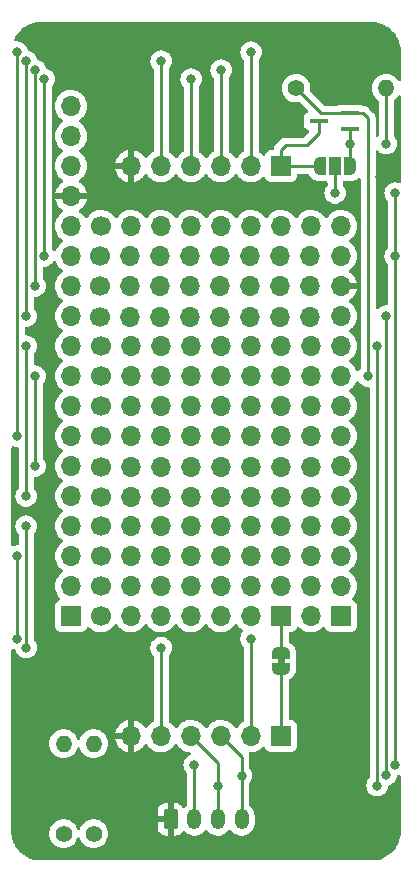
<source format=gbr>
%TF.GenerationSoftware,KiCad,Pcbnew,(6.0.8)*%
%TF.CreationDate,2022-10-18T12:17:07-04:00*%
%TF.ProjectId,firebeetle-shield,66697265-6265-4657-946c-652d73686965,v2*%
%TF.SameCoordinates,Original*%
%TF.FileFunction,Copper,L2,Bot*%
%TF.FilePolarity,Positive*%
%FSLAX46Y46*%
G04 Gerber Fmt 4.6, Leading zero omitted, Abs format (unit mm)*
G04 Created by KiCad (PCBNEW (6.0.8)) date 2022-10-18 12:17:07*
%MOMM*%
%LPD*%
G01*
G04 APERTURE LIST*
G04 Aperture macros list*
%AMRoundRect*
0 Rectangle with rounded corners*
0 $1 Rounding radius*
0 $2 $3 $4 $5 $6 $7 $8 $9 X,Y pos of 4 corners*
0 Add a 4 corners polygon primitive as box body*
4,1,4,$2,$3,$4,$5,$6,$7,$8,$9,$2,$3,0*
0 Add four circle primitives for the rounded corners*
1,1,$1+$1,$2,$3*
1,1,$1+$1,$4,$5*
1,1,$1+$1,$6,$7*
1,1,$1+$1,$8,$9*
0 Add four rect primitives between the rounded corners*
20,1,$1+$1,$2,$3,$4,$5,0*
20,1,$1+$1,$4,$5,$6,$7,0*
20,1,$1+$1,$6,$7,$8,$9,0*
20,1,$1+$1,$8,$9,$2,$3,0*%
%AMFreePoly0*
4,1,22,0.550000,-0.750000,0.000000,-0.750000,0.000000,-0.745033,-0.079941,-0.743568,-0.215256,-0.701293,-0.333266,-0.622738,-0.424486,-0.514219,-0.481581,-0.384460,-0.499164,-0.250000,-0.500000,-0.250000,-0.500000,0.250000,-0.499164,0.250000,-0.499963,0.256109,-0.478152,0.396186,-0.417904,0.524511,-0.324060,0.630769,-0.204165,0.706417,-0.067858,0.745374,0.000000,0.744959,0.000000,0.750000,
0.550000,0.750000,0.550000,-0.750000,0.550000,-0.750000,$1*%
%AMFreePoly1*
4,1,20,0.000000,0.744959,0.073905,0.744508,0.209726,0.703889,0.328688,0.626782,0.421226,0.519385,0.479903,0.390333,0.500000,0.250000,0.500000,-0.250000,0.499851,-0.262216,0.476331,-0.402017,0.414519,-0.529596,0.319384,-0.634700,0.198574,-0.708877,0.061801,-0.746166,0.000000,-0.745033,0.000000,-0.750000,-0.550000,-0.750000,-0.550000,0.750000,0.000000,0.750000,0.000000,0.744959,
0.000000,0.744959,$1*%
%AMFreePoly2*
4,1,22,0.500000,-0.750000,0.000000,-0.750000,0.000000,-0.745033,-0.079941,-0.743568,-0.215256,-0.701293,-0.333266,-0.622738,-0.424486,-0.514219,-0.481581,-0.384460,-0.499164,-0.250000,-0.500000,-0.250000,-0.500000,0.250000,-0.499164,0.250000,-0.499963,0.256109,-0.478152,0.396186,-0.417904,0.524511,-0.324060,0.630769,-0.204165,0.706417,-0.067858,0.745374,0.000000,0.744959,0.000000,0.750000,
0.500000,0.750000,0.500000,-0.750000,0.500000,-0.750000,$1*%
%AMFreePoly3*
4,1,20,0.000000,0.744959,0.073905,0.744508,0.209726,0.703889,0.328688,0.626782,0.421226,0.519385,0.479903,0.390333,0.500000,0.250000,0.500000,-0.250000,0.499851,-0.262216,0.476331,-0.402017,0.414519,-0.529596,0.319384,-0.634700,0.198574,-0.708877,0.061801,-0.746166,0.000000,-0.745033,0.000000,-0.750000,-0.500000,-0.750000,-0.500000,0.750000,0.000000,0.750000,0.000000,0.744959,
0.000000,0.744959,$1*%
G04 Aperture macros list end*
%TA.AperFunction,SMDPad,CuDef*%
%ADD10FreePoly0,180.000000*%
%TD*%
%TA.AperFunction,SMDPad,CuDef*%
%ADD11R,1.000000X1.500000*%
%TD*%
%TA.AperFunction,SMDPad,CuDef*%
%ADD12FreePoly1,180.000000*%
%TD*%
%TA.AperFunction,ComponentPad*%
%ADD13RoundRect,0.250000X-0.350000X-0.625000X0.350000X-0.625000X0.350000X0.625000X-0.350000X0.625000X0*%
%TD*%
%TA.AperFunction,ComponentPad*%
%ADD14O,1.200000X1.750000*%
%TD*%
%TA.AperFunction,ComponentPad*%
%ADD15C,1.400000*%
%TD*%
%TA.AperFunction,ComponentPad*%
%ADD16O,1.400000X1.400000*%
%TD*%
%TA.AperFunction,ComponentPad*%
%ADD17C,1.700000*%
%TD*%
%TA.AperFunction,ComponentPad*%
%ADD18O,1.700000X1.700000*%
%TD*%
%TA.AperFunction,ComponentPad*%
%ADD19R,1.700000X1.700000*%
%TD*%
%TA.AperFunction,SMDPad,CuDef*%
%ADD20R,1.500000X0.450000*%
%TD*%
%TA.AperFunction,SMDPad,CuDef*%
%ADD21FreePoly2,90.000000*%
%TD*%
%TA.AperFunction,SMDPad,CuDef*%
%ADD22FreePoly3,90.000000*%
%TD*%
%TA.AperFunction,ViaPad*%
%ADD23C,0.800000*%
%TD*%
%TA.AperFunction,Conductor*%
%ADD24C,0.250000*%
%TD*%
G04 APERTURE END LIST*
%TO.C,JP1*%
G36*
X121650000Y-153962000D02*
G01*
X121050000Y-153962000D01*
X121050000Y-153462000D01*
X121650000Y-153462000D01*
X121650000Y-153962000D01*
G37*
%TD*%
D10*
%TO.P,JP2,1,A*%
%TO.N,Net-(JP2-Pad1)*%
X127222000Y-111802000D03*
D11*
%TO.P,JP2,2,C*%
%TO.N,3V3*%
X125922000Y-111802000D03*
D12*
%TO.P,JP2,3,B*%
%TO.N,Net-(J3-Pad1)*%
X124622000Y-111802000D03*
%TD*%
D13*
%TO.P,J4,1,Pin_1*%
%TO.N,GND*%
X112000000Y-167102000D03*
D14*
%TO.P,J4,2,Pin_2*%
%TO.N,3V3*%
X114000000Y-167102000D03*
%TO.P,J4,3,Pin_3*%
%TO.N,SDA1*%
X116000000Y-167102000D03*
%TO.P,J4,4,Pin_4*%
%TO.N,SCL1*%
X118000000Y-167102000D03*
%TD*%
D15*
%TO.P,R1,1*%
%TO.N,SD Switch*%
X122620000Y-105198000D03*
D16*
%TO.P,R1,2*%
%TO.N,Net-(JP2-Pad1)*%
X130240000Y-105198000D03*
%TD*%
D17*
%TO.P,REF\u002A\u002A,1*%
%TO.N,N/C*%
X106051342Y-119422000D03*
X106051342Y-124573143D03*
X106110000Y-127042000D03*
X106051342Y-121962000D03*
X106069092Y-129582000D03*
X106069092Y-139786031D03*
X106069092Y-144822000D03*
X106069092Y-147370322D03*
X106069092Y-137237709D03*
X106110000Y-116882000D03*
X106110000Y-149902000D03*
X106069092Y-142282000D03*
X106069092Y-134662000D03*
X106069092Y-132122000D03*
D18*
%TO.P,REF\u002A\u002A,2*%
X108609092Y-144822000D03*
X108609092Y-139786031D03*
X108650000Y-127042000D03*
X108609092Y-132122000D03*
X108591342Y-121962000D03*
X108609092Y-134662000D03*
X108609092Y-129582000D03*
X108609092Y-147370322D03*
X108591342Y-124573143D03*
X108609092Y-142282000D03*
X108650000Y-116882000D03*
X108609092Y-137237709D03*
X108650000Y-149902000D03*
X108591342Y-119422000D03*
%TO.P,REF\u002A\u002A,3*%
X111149092Y-132122000D03*
X111149092Y-142282000D03*
X111149092Y-139786031D03*
X111131342Y-124573143D03*
X111131342Y-121962000D03*
X111149092Y-137237709D03*
X111131342Y-119422000D03*
X111190000Y-127042000D03*
X111190000Y-149902000D03*
X111149092Y-129582000D03*
X111149092Y-134662000D03*
X111149092Y-144822000D03*
X111149092Y-147370322D03*
X111190000Y-116882000D03*
%TO.P,REF\u002A\u002A,4*%
X113730000Y-116882000D03*
X113671342Y-121962000D03*
X113671342Y-119422000D03*
X113730000Y-127042000D03*
X113689092Y-129582000D03*
X113689092Y-144822000D03*
X113689092Y-134662000D03*
X113671342Y-124573143D03*
X113730000Y-149902000D03*
X113689092Y-139786031D03*
X113689092Y-137237709D03*
X113689092Y-132122000D03*
X113689092Y-142282000D03*
X113689092Y-147370322D03*
%TO.P,REF\u002A\u002A,5*%
X116229092Y-132122000D03*
X116229092Y-144822000D03*
X116211342Y-124573143D03*
X116270000Y-116882000D03*
X116270000Y-127042000D03*
X116270000Y-149902000D03*
X116229092Y-129582000D03*
X116229092Y-137237709D03*
X116229092Y-142282000D03*
X116229092Y-134662000D03*
X116211342Y-119422000D03*
X116229092Y-139786031D03*
X116229092Y-147370322D03*
X116211342Y-121962000D03*
%TO.P,REF\u002A\u002A,6*%
X118769092Y-129582000D03*
X118769092Y-147370322D03*
X118769092Y-132122000D03*
X118751342Y-119422000D03*
X118769092Y-134662000D03*
X118769092Y-139786031D03*
X118751342Y-124573143D03*
X118769092Y-137237709D03*
X118810000Y-127042000D03*
X118751342Y-121962000D03*
X118769092Y-144822000D03*
X118810000Y-116882000D03*
X118810000Y-149902000D03*
X118769092Y-142282000D03*
%TO.P,REF\u002A\u002A,7*%
X121309092Y-144822000D03*
X121309092Y-142282000D03*
D19*
%TO.N,32K*%
X121350000Y-149902000D03*
D18*
%TO.N,N/C*%
X121291342Y-121962000D03*
X121350000Y-116882000D03*
X121309092Y-132122000D03*
X121309092Y-134662000D03*
X121291342Y-124573143D03*
X121309092Y-129582000D03*
X121291342Y-119422000D03*
X121309092Y-139786031D03*
X121350000Y-127042000D03*
X121309092Y-137237709D03*
X121309092Y-147370322D03*
%TO.P,REF\u002A\u002A,8*%
X123849092Y-129582000D03*
X123890000Y-127042000D03*
X123849092Y-144822000D03*
X123849092Y-142282000D03*
X123831342Y-124573143D03*
X123890000Y-116882000D03*
X123849092Y-134662000D03*
X123849092Y-132122000D03*
X123849092Y-139786031D03*
X123849092Y-137237709D03*
X123831342Y-119422000D03*
X123849092Y-147370322D03*
X123831342Y-121962000D03*
X123890000Y-149902000D03*
%TD*%
D19*
%TO.P,J3,1,Pin_1*%
%TO.N,Net-(J3-Pad1)*%
X121350000Y-111802000D03*
D18*
%TO.P,J3,2,Pin_2*%
%TO.N,CS*%
X118810000Y-111802000D03*
%TO.P,J3,3,Pin_3*%
%TO.N,MOSI*%
X116270000Y-111802000D03*
%TO.P,J3,4,Pin_4*%
%TO.N,SCK*%
X113730000Y-111802000D03*
%TO.P,J3,5,Pin_5*%
%TO.N,MISO*%
X111190000Y-111802000D03*
%TO.P,J3,6,Pin_6*%
%TO.N,GND*%
X108650000Y-111802000D03*
%TD*%
D15*
%TO.P,R2,1*%
%TO.N,SDA1*%
X105475000Y-168317000D03*
D16*
%TO.P,R2,2*%
%TO.N,3V3*%
X105475000Y-160697000D03*
%TD*%
D15*
%TO.P,R3,1*%
%TO.N,SCL1*%
X102935000Y-168317000D03*
D16*
%TO.P,R3,2*%
%TO.N,3V3*%
X102935000Y-160697000D03*
%TD*%
D19*
%TO.P,J5,1,Pin_1*%
%TO.N,Net-(J5-Pad1)*%
X121350000Y-160062000D03*
D18*
%TO.P,J5,2,Pin_2*%
%TO.N,SQW*%
X118810000Y-160062000D03*
%TO.P,J5,3,Pin_3*%
%TO.N,SCL1*%
X116270000Y-160062000D03*
%TO.P,J5,4,Pin_4*%
%TO.N,SDA1*%
X113730000Y-160062000D03*
%TO.P,J5,5,Pin_5*%
%TO.N,RTC VCC*%
X111190000Y-160062000D03*
%TO.P,J5,6,Pin_6*%
%TO.N,GND*%
X108650000Y-160062000D03*
%TD*%
D20*
%TO.P,Q1,1,G*%
%TO.N,SD Switch*%
X127185000Y-107342000D03*
%TO.P,Q1,2,S*%
%TO.N,Net-(JP2-Pad1)*%
X127185000Y-108642000D03*
%TO.P,Q1,3,D*%
%TO.N,Net-(J3-Pad1)*%
X124525000Y-107992000D03*
%TD*%
D19*
%TO.P,J2,1,RX*%
%TO.N,unconnected-(J2-Pad1)*%
X103570000Y-149902000D03*
D18*
%TO.P,J2,2,TX*%
%TO.N,unconnected-(J2-Pad2)*%
X103570000Y-147362000D03*
%TO.P,J2,3,D2*%
%TO.N,SQW*%
X103570000Y-144822000D03*
%TO.P,J2,4,D3*%
%TO.N,RTC VCC*%
X103570000Y-142282000D03*
%TO.P,J2,5,D5*%
%TO.N,SCL2*%
X103570000Y-139742000D03*
%TO.P,J2,6,D6*%
%TO.N,SDA2*%
X103570000Y-137202000D03*
%TO.P,J2,7,D7*%
%TO.N,CS*%
X103570000Y-134662000D03*
%TO.P,J2,8,D9*%
%TO.N,unconnected-(J2-Pad8)*%
X103570000Y-132122000D03*
%TO.P,J2,9,SDA*%
%TO.N,SDA2*%
X103570000Y-129582000D03*
%TO.P,J2,10,SCL*%
%TO.N,SCL2*%
X103570000Y-127042000D03*
%TO.P,J2,11,MISO*%
%TO.N,MISO*%
X103570000Y-124502000D03*
%TO.P,J2,12,MOSI*%
%TO.N,MOSI*%
X103570000Y-121962000D03*
%TO.P,J2,13,SCK*%
%TO.N,SCK*%
X103570000Y-119422000D03*
%TO.P,J2,14,EN*%
%TO.N,unconnected-(J2-Pad14)*%
X103570000Y-116882000D03*
%TO.P,J2,15,GND*%
%TO.N,GND*%
X103570000Y-114342000D03*
%TO.P,J2,16,NC*%
%TO.N,unconnected-(J2-Pad16)*%
X103570000Y-111802000D03*
%TO.P,J2,17,3V3*%
%TO.N,unconnected-(J2-Pad17)*%
X103570000Y-109262000D03*
%TO.P,J2,18,RST*%
%TO.N,unconnected-(J2-Pad18)*%
X103570000Y-106722000D03*
%TD*%
D19*
%TO.P,J1,1,D10*%
%TO.N,unconnected-(J1-Pad1)*%
X126430000Y-149902000D03*
D18*
%TO.P,J1,2,D11*%
%TO.N,unconnected-(J1-Pad2)*%
X126430000Y-147362000D03*
%TO.P,J1,3,D12*%
%TO.N,unconnected-(J1-Pad3)*%
X126430000Y-144822000D03*
%TO.P,J1,4,D13*%
%TO.N,unconnected-(J1-Pad4)*%
X126430000Y-142282000D03*
%TO.P,J1,5,A0*%
%TO.N,unconnected-(J1-Pad5)*%
X126430000Y-139742000D03*
%TO.P,J1,6,A1*%
%TO.N,unconnected-(J1-Pad6)*%
X126430000Y-137202000D03*
%TO.P,J1,7,A2*%
%TO.N,unconnected-(J1-Pad7)*%
X126430000Y-134662000D03*
%TO.P,J1,8,A3*%
%TO.N,unconnected-(J1-Pad8)*%
X126430000Y-132122000D03*
%TO.P,J1,9,A4*%
%TO.N,SD Switch*%
X126430000Y-129582000D03*
%TO.P,J1,10,SDA*%
%TO.N,SDA1*%
X126430000Y-127042000D03*
%TO.P,J1,11,SCL*%
%TO.N,SCL1*%
X126430000Y-124502000D03*
%TO.P,J1,12,GND*%
%TO.N,GND*%
X126430000Y-121962000D03*
%TO.P,J1,13,3V3*%
%TO.N,3V3*%
X126430000Y-119422000D03*
%TO.P,J1,14,VCC*%
%TO.N,unconnected-(J1-Pad14)*%
X126430000Y-116882000D03*
%TD*%
D21*
%TO.P,JP1,1,A*%
%TO.N,Net-(J5-Pad1)*%
X121350000Y-154362000D03*
D22*
%TO.P,JP1,2,B*%
%TO.N,32K*%
X121350000Y-153062000D03*
%TD*%
D23*
%TO.N,SDA1*%
X129478000Y-164253000D03*
X129478000Y-127042000D03*
X116000000Y-164269000D03*
%TO.N,SCL1*%
X118000000Y-163412000D03*
X130240000Y-163364000D03*
X130240000Y-124502000D03*
%TO.N,MOSI*%
X100522000Y-121962000D03*
X116270000Y-103674000D03*
X100522000Y-103674000D03*
%TO.N,MISO*%
X99760000Y-102912000D03*
X99760000Y-124502000D03*
X111190000Y-102912000D03*
%TO.N,GND*%
X115000000Y-114951600D03*
X129732000Y-112691000D03*
X126176000Y-156379000D03*
X101284000Y-148632000D03*
X101284000Y-141012000D03*
X100522000Y-160062000D03*
%TO.N,3V3*%
X131002000Y-119422000D03*
X114000000Y-162491000D03*
X131002000Y-162475000D03*
X125922000Y-114088000D03*
X131002000Y-114088000D03*
%TO.N,SCK*%
X101284000Y-119422000D03*
X101284000Y-104436000D03*
X113730000Y-104436000D03*
%TO.N,CS*%
X118810000Y-102150000D03*
X98998000Y-134662000D03*
X98998000Y-102150000D03*
%TO.N,SD Switch*%
X128716000Y-129582000D03*
%TO.N,SQW*%
X98998000Y-151807000D03*
X118810000Y-151807000D03*
X98998000Y-144822000D03*
%TO.N,RTC VCC*%
X111190000Y-152569000D03*
X99760000Y-142282000D03*
X99760000Y-152569000D03*
%TO.N,Net-(JP2-Pad1)*%
X130240000Y-109897000D03*
X127185000Y-109904000D03*
%TO.N,SCL2*%
X99760000Y-127042000D03*
X99760000Y-139742000D03*
%TO.N,SDA2*%
X100522000Y-129582000D03*
X100522000Y-137202000D03*
%TD*%
D24*
%TO.N,SDA1*%
X116000000Y-162332000D02*
X113730000Y-160062000D01*
X116000000Y-167102000D02*
X116000000Y-164269000D01*
X129478000Y-127042000D02*
X129478000Y-164253000D01*
X116000000Y-164269000D02*
X116000000Y-162332000D01*
%TO.N,SCL1*%
X130240000Y-124502000D02*
X130240000Y-163364000D01*
X118000000Y-161792000D02*
X116270000Y-160062000D01*
X118000000Y-163412000D02*
X118000000Y-161792000D01*
X118000000Y-167102000D02*
X118000000Y-163412000D01*
%TO.N,32K*%
X121350000Y-153062000D02*
X121350000Y-149902000D01*
%TO.N,MOSI*%
X100522000Y-121962000D02*
X100522000Y-103674000D01*
X116270000Y-103674000D02*
X116270000Y-111802000D01*
%TO.N,MISO*%
X111190000Y-102912000D02*
X111190000Y-111802000D01*
X99760000Y-124502000D02*
X99760000Y-102912000D01*
%TO.N,3V3*%
X131002000Y-119422000D02*
X131002000Y-114088000D01*
X114000000Y-167102000D02*
X114000000Y-162491000D01*
X131002000Y-119422000D02*
X131002000Y-162475000D01*
X125922000Y-114088000D02*
X125922000Y-111802000D01*
%TO.N,SCK*%
X113730000Y-104436000D02*
X113730000Y-111802000D01*
X101284000Y-119422000D02*
X101284000Y-104563000D01*
%TO.N,CS*%
X118810000Y-102150000D02*
X118810000Y-111802000D01*
X98998000Y-134662000D02*
X98998000Y-102150000D01*
%TO.N,SD Switch*%
X128716000Y-107738000D02*
X128320000Y-107342000D01*
X124764000Y-107342000D02*
X122620000Y-105198000D01*
X127185000Y-107342000D02*
X124764000Y-107342000D01*
X128320000Y-107342000D02*
X127185000Y-107342000D01*
X128716000Y-129582000D02*
X128716000Y-107738000D01*
%TO.N,SQW*%
X118810000Y-151807000D02*
X118810000Y-160062000D01*
X98998000Y-151807000D02*
X98998000Y-144822000D01*
%TO.N,RTC VCC*%
X111190000Y-160062000D02*
X111190000Y-152569000D01*
X99760000Y-142282000D02*
X99760000Y-152569000D01*
%TO.N,Net-(J3-Pad1)*%
X123509000Y-110024000D02*
X124525000Y-109008000D01*
X124622000Y-111802000D02*
X121350000Y-111802000D01*
X121350000Y-110405000D02*
X121731000Y-110024000D01*
X124525000Y-109008000D02*
X124525000Y-107992000D01*
X121731000Y-110024000D02*
X123509000Y-110024000D01*
X121350000Y-111802000D02*
X121350000Y-110405000D01*
%TO.N,Net-(J5-Pad1)*%
X121350000Y-160062000D02*
X121350000Y-154362000D01*
%TO.N,Net-(JP2-Pad1)*%
X130240000Y-109897000D02*
X130240000Y-105198000D01*
X127185000Y-109904000D02*
X127185000Y-108642000D01*
X127185000Y-111765000D02*
X127185000Y-109904000D01*
%TO.N,SCL2*%
X99760000Y-139742000D02*
X99760000Y-127042000D01*
%TO.N,SDA2*%
X100522000Y-137202000D02*
X100522000Y-129582000D01*
%TD*%
%TA.AperFunction,Conductor*%
%TO.N,GND*%
G36*
X102256520Y-119842409D02*
G01*
X102295375Y-119894047D01*
X102353266Y-120036616D01*
X102392638Y-120100866D01*
X102467291Y-120222688D01*
X102469987Y-120227088D01*
X102616250Y-120395938D01*
X102788126Y-120538632D01*
X102858595Y-120579811D01*
X102861445Y-120581476D01*
X102910169Y-120633114D01*
X102923240Y-120702897D01*
X102896509Y-120768669D01*
X102856055Y-120802027D01*
X102843607Y-120808507D01*
X102839474Y-120811610D01*
X102839471Y-120811612D01*
X102815247Y-120829800D01*
X102664965Y-120942635D01*
X102510629Y-121104138D01*
X102507720Y-121108403D01*
X102507714Y-121108411D01*
X102495404Y-121126457D01*
X102384743Y-121288680D01*
X102368899Y-121322814D01*
X102323716Y-121420153D01*
X102290688Y-121491305D01*
X102230989Y-121706570D01*
X102207251Y-121928695D01*
X102220110Y-122151715D01*
X102221247Y-122156761D01*
X102221248Y-122156767D01*
X102234597Y-122216000D01*
X102269222Y-122369639D01*
X102353266Y-122576616D01*
X102392638Y-122640866D01*
X102467291Y-122762688D01*
X102469987Y-122767088D01*
X102616250Y-122935938D01*
X102788126Y-123078632D01*
X102858595Y-123119811D01*
X102861445Y-123121476D01*
X102910169Y-123173114D01*
X102923240Y-123242897D01*
X102896509Y-123308669D01*
X102856055Y-123342027D01*
X102843607Y-123348507D01*
X102839474Y-123351610D01*
X102839471Y-123351612D01*
X102669100Y-123479530D01*
X102664965Y-123482635D01*
X102510629Y-123644138D01*
X102507715Y-123648410D01*
X102507714Y-123648411D01*
X102459189Y-123719546D01*
X102384743Y-123828680D01*
X102351720Y-123899823D01*
X102312233Y-123984891D01*
X102290688Y-124031305D01*
X102230989Y-124246570D01*
X102207251Y-124468695D01*
X102207548Y-124473848D01*
X102207548Y-124473851D01*
X102213011Y-124568590D01*
X102220110Y-124691715D01*
X102221247Y-124696761D01*
X102221248Y-124696767D01*
X102241119Y-124784939D01*
X102269222Y-124909639D01*
X102353266Y-125116616D01*
X102355965Y-125121020D01*
X102467291Y-125302688D01*
X102469987Y-125307088D01*
X102616250Y-125475938D01*
X102788126Y-125618632D01*
X102858595Y-125659811D01*
X102861445Y-125661476D01*
X102910169Y-125713114D01*
X102923240Y-125782897D01*
X102896509Y-125848669D01*
X102856055Y-125882027D01*
X102843607Y-125888507D01*
X102839474Y-125891610D01*
X102839471Y-125891612D01*
X102669100Y-126019530D01*
X102664965Y-126022635D01*
X102510629Y-126184138D01*
X102384743Y-126368680D01*
X102290688Y-126571305D01*
X102230989Y-126786570D01*
X102207251Y-127008695D01*
X102207548Y-127013848D01*
X102207548Y-127013851D01*
X102213011Y-127108590D01*
X102220110Y-127231715D01*
X102221247Y-127236761D01*
X102221248Y-127236767D01*
X102241119Y-127324939D01*
X102269222Y-127449639D01*
X102353266Y-127656616D01*
X102404019Y-127739438D01*
X102467291Y-127842688D01*
X102469987Y-127847088D01*
X102616250Y-128015938D01*
X102788126Y-128158632D01*
X102842172Y-128190214D01*
X102861445Y-128201476D01*
X102910169Y-128253114D01*
X102923240Y-128322897D01*
X102896509Y-128388669D01*
X102856055Y-128422027D01*
X102843607Y-128428507D01*
X102839474Y-128431610D01*
X102839471Y-128431612D01*
X102669100Y-128559530D01*
X102664965Y-128562635D01*
X102510629Y-128724138D01*
X102384743Y-128908680D01*
X102359163Y-128963787D01*
X102320119Y-129047902D01*
X102290688Y-129111305D01*
X102230989Y-129326570D01*
X102207251Y-129548695D01*
X102220110Y-129771715D01*
X102221247Y-129776761D01*
X102221248Y-129776767D01*
X102242275Y-129870069D01*
X102269222Y-129989639D01*
X102353266Y-130196616D01*
X102392638Y-130260866D01*
X102467291Y-130382688D01*
X102469987Y-130387088D01*
X102616250Y-130555938D01*
X102788126Y-130698632D01*
X102858595Y-130739811D01*
X102861445Y-130741476D01*
X102910169Y-130793114D01*
X102923240Y-130862897D01*
X102896509Y-130928669D01*
X102856055Y-130962027D01*
X102843607Y-130968507D01*
X102839474Y-130971610D01*
X102839471Y-130971612D01*
X102815247Y-130989800D01*
X102664965Y-131102635D01*
X102510629Y-131264138D01*
X102384743Y-131448680D01*
X102357555Y-131507252D01*
X102320119Y-131587902D01*
X102290688Y-131651305D01*
X102230989Y-131866570D01*
X102207251Y-132088695D01*
X102207548Y-132093848D01*
X102207548Y-132093851D01*
X102213011Y-132188590D01*
X102220110Y-132311715D01*
X102221247Y-132316761D01*
X102221248Y-132316767D01*
X102241119Y-132404939D01*
X102269222Y-132529639D01*
X102353266Y-132736616D01*
X102393444Y-132802181D01*
X102467291Y-132922688D01*
X102469987Y-132927088D01*
X102616250Y-133095938D01*
X102788126Y-133238632D01*
X102858595Y-133279811D01*
X102861445Y-133281476D01*
X102910169Y-133333114D01*
X102923240Y-133402897D01*
X102896509Y-133468669D01*
X102856055Y-133502027D01*
X102843607Y-133508507D01*
X102839474Y-133511610D01*
X102839471Y-133511612D01*
X102815247Y-133529800D01*
X102664965Y-133642635D01*
X102510629Y-133804138D01*
X102384743Y-133988680D01*
X102357555Y-134047252D01*
X102320119Y-134127902D01*
X102290688Y-134191305D01*
X102230989Y-134406570D01*
X102207251Y-134628695D01*
X102207548Y-134633848D01*
X102207548Y-134633851D01*
X102213011Y-134728590D01*
X102220110Y-134851715D01*
X102221247Y-134856761D01*
X102221248Y-134856767D01*
X102241119Y-134944939D01*
X102269222Y-135069639D01*
X102353266Y-135276616D01*
X102393444Y-135342181D01*
X102467291Y-135462688D01*
X102469987Y-135467088D01*
X102616250Y-135635938D01*
X102788126Y-135778632D01*
X102858595Y-135819811D01*
X102861445Y-135821476D01*
X102910169Y-135873114D01*
X102923240Y-135942897D01*
X102896509Y-136008669D01*
X102856055Y-136042027D01*
X102843607Y-136048507D01*
X102839474Y-136051610D01*
X102839471Y-136051612D01*
X102771952Y-136102307D01*
X102664965Y-136182635D01*
X102510629Y-136344138D01*
X102507715Y-136348410D01*
X102507714Y-136348411D01*
X102471045Y-136402166D01*
X102384743Y-136528680D01*
X102369003Y-136562590D01*
X102323716Y-136660153D01*
X102290688Y-136731305D01*
X102230989Y-136946570D01*
X102207251Y-137168695D01*
X102207548Y-137173848D01*
X102207548Y-137173851D01*
X102213011Y-137268590D01*
X102220110Y-137391715D01*
X102221247Y-137396761D01*
X102221248Y-137396767D01*
X102241119Y-137484939D01*
X102269222Y-137609639D01*
X102353266Y-137816616D01*
X102389629Y-137875955D01*
X102463072Y-137995803D01*
X102469987Y-138007088D01*
X102616250Y-138175938D01*
X102788126Y-138318632D01*
X102843579Y-138351036D01*
X102861445Y-138361476D01*
X102910169Y-138413114D01*
X102923240Y-138482897D01*
X102896509Y-138548669D01*
X102856055Y-138582027D01*
X102843607Y-138588507D01*
X102839474Y-138591610D01*
X102839471Y-138591612D01*
X102760868Y-138650629D01*
X102664965Y-138722635D01*
X102510629Y-138884138D01*
X102384743Y-139068680D01*
X102364305Y-139112711D01*
X102323716Y-139200153D01*
X102290688Y-139271305D01*
X102230989Y-139486570D01*
X102207251Y-139708695D01*
X102207548Y-139713848D01*
X102207548Y-139713851D01*
X102213011Y-139808590D01*
X102220110Y-139931715D01*
X102221247Y-139936761D01*
X102221248Y-139936767D01*
X102241119Y-140024939D01*
X102269222Y-140149639D01*
X102353266Y-140356616D01*
X102376854Y-140395108D01*
X102467291Y-140542688D01*
X102469987Y-140547088D01*
X102616250Y-140715938D01*
X102788126Y-140858632D01*
X102857820Y-140899358D01*
X102861445Y-140901476D01*
X102910169Y-140953114D01*
X102923240Y-141022897D01*
X102896509Y-141088669D01*
X102856055Y-141122027D01*
X102843607Y-141128507D01*
X102839474Y-141131610D01*
X102839471Y-141131612D01*
X102815247Y-141149800D01*
X102664965Y-141262635D01*
X102510629Y-141424138D01*
X102384743Y-141608680D01*
X102357555Y-141667252D01*
X102320119Y-141747902D01*
X102290688Y-141811305D01*
X102230989Y-142026570D01*
X102207251Y-142248695D01*
X102207548Y-142253848D01*
X102207548Y-142253851D01*
X102213011Y-142348590D01*
X102220110Y-142471715D01*
X102221247Y-142476761D01*
X102221248Y-142476767D01*
X102241119Y-142564939D01*
X102269222Y-142689639D01*
X102353266Y-142896616D01*
X102393444Y-142962181D01*
X102467291Y-143082688D01*
X102469987Y-143087088D01*
X102616250Y-143255938D01*
X102788126Y-143398632D01*
X102858595Y-143439811D01*
X102861445Y-143441476D01*
X102910169Y-143493114D01*
X102923240Y-143562897D01*
X102896509Y-143628669D01*
X102856055Y-143662027D01*
X102843607Y-143668507D01*
X102839474Y-143671610D01*
X102839471Y-143671612D01*
X102669100Y-143799530D01*
X102664965Y-143802635D01*
X102510629Y-143964138D01*
X102384743Y-144148680D01*
X102357555Y-144207252D01*
X102320119Y-144287902D01*
X102290688Y-144351305D01*
X102230989Y-144566570D01*
X102207251Y-144788695D01*
X102207548Y-144793848D01*
X102207548Y-144793851D01*
X102213011Y-144888590D01*
X102220110Y-145011715D01*
X102221247Y-145016761D01*
X102221248Y-145016767D01*
X102241119Y-145104939D01*
X102269222Y-145229639D01*
X102353266Y-145436616D01*
X102393444Y-145502181D01*
X102467291Y-145622688D01*
X102469987Y-145627088D01*
X102616250Y-145795938D01*
X102788126Y-145938632D01*
X102858595Y-145979811D01*
X102861445Y-145981476D01*
X102910169Y-146033114D01*
X102923240Y-146102897D01*
X102896509Y-146168669D01*
X102856055Y-146202027D01*
X102843607Y-146208507D01*
X102839474Y-146211610D01*
X102839471Y-146211612D01*
X102808428Y-146234920D01*
X102664965Y-146342635D01*
X102510629Y-146504138D01*
X102384743Y-146688680D01*
X102290688Y-146891305D01*
X102230989Y-147106570D01*
X102207251Y-147328695D01*
X102207548Y-147333848D01*
X102207548Y-147333851D01*
X102213011Y-147428590D01*
X102220110Y-147551715D01*
X102221247Y-147556761D01*
X102221248Y-147556767D01*
X102241119Y-147644939D01*
X102269222Y-147769639D01*
X102353266Y-147976616D01*
X102355965Y-147981020D01*
X102467291Y-148162688D01*
X102469987Y-148167088D01*
X102616250Y-148335938D01*
X102620230Y-148339242D01*
X102624981Y-148343187D01*
X102664616Y-148402090D01*
X102666113Y-148473071D01*
X102628997Y-148533593D01*
X102588724Y-148558112D01*
X102473295Y-148601385D01*
X102356739Y-148688739D01*
X102269385Y-148805295D01*
X102218255Y-148941684D01*
X102211500Y-149003866D01*
X102211500Y-150800134D01*
X102218255Y-150862316D01*
X102269385Y-150998705D01*
X102356739Y-151115261D01*
X102473295Y-151202615D01*
X102609684Y-151253745D01*
X102671866Y-151260500D01*
X104468134Y-151260500D01*
X104530316Y-151253745D01*
X104666705Y-151202615D01*
X104783261Y-151115261D01*
X104870615Y-150998705D01*
X104892799Y-150939529D01*
X104914598Y-150881382D01*
X104957240Y-150824618D01*
X105023802Y-150799918D01*
X105093150Y-150815126D01*
X105127817Y-150843114D01*
X105156250Y-150875938D01*
X105328126Y-151018632D01*
X105521000Y-151131338D01*
X105729692Y-151211030D01*
X105734760Y-151212061D01*
X105734763Y-151212062D01*
X105826987Y-151230825D01*
X105948597Y-151255567D01*
X105953772Y-151255757D01*
X105953774Y-151255757D01*
X106166673Y-151263564D01*
X106166677Y-151263564D01*
X106171837Y-151263753D01*
X106176957Y-151263097D01*
X106176959Y-151263097D01*
X106388288Y-151236025D01*
X106388289Y-151236025D01*
X106393416Y-151235368D01*
X106398366Y-151233883D01*
X106602429Y-151172661D01*
X106602434Y-151172659D01*
X106607384Y-151171174D01*
X106807994Y-151072896D01*
X106989860Y-150943173D01*
X107148096Y-150785489D01*
X107278453Y-150604077D01*
X107279776Y-150605028D01*
X107326645Y-150561857D01*
X107396580Y-150549625D01*
X107462026Y-150577144D01*
X107489875Y-150608994D01*
X107549987Y-150707088D01*
X107696250Y-150875938D01*
X107868126Y-151018632D01*
X108061000Y-151131338D01*
X108269692Y-151211030D01*
X108274760Y-151212061D01*
X108274763Y-151212062D01*
X108366987Y-151230825D01*
X108488597Y-151255567D01*
X108493772Y-151255757D01*
X108493774Y-151255757D01*
X108706673Y-151263564D01*
X108706677Y-151263564D01*
X108711837Y-151263753D01*
X108716957Y-151263097D01*
X108716959Y-151263097D01*
X108928288Y-151236025D01*
X108928289Y-151236025D01*
X108933416Y-151235368D01*
X108938366Y-151233883D01*
X109142429Y-151172661D01*
X109142434Y-151172659D01*
X109147384Y-151171174D01*
X109347994Y-151072896D01*
X109529860Y-150943173D01*
X109688096Y-150785489D01*
X109818453Y-150604077D01*
X109819776Y-150605028D01*
X109866645Y-150561857D01*
X109936580Y-150549625D01*
X110002026Y-150577144D01*
X110029875Y-150608994D01*
X110089987Y-150707088D01*
X110236250Y-150875938D01*
X110408126Y-151018632D01*
X110601000Y-151131338D01*
X110809692Y-151211030D01*
X110814760Y-151212061D01*
X110814763Y-151212062D01*
X110906987Y-151230825D01*
X111028597Y-151255567D01*
X111033772Y-151255757D01*
X111033774Y-151255757D01*
X111246673Y-151263564D01*
X111246677Y-151263564D01*
X111251837Y-151263753D01*
X111256957Y-151263097D01*
X111256959Y-151263097D01*
X111468288Y-151236025D01*
X111468289Y-151236025D01*
X111473416Y-151235368D01*
X111478366Y-151233883D01*
X111682429Y-151172661D01*
X111682434Y-151172659D01*
X111687384Y-151171174D01*
X111887994Y-151072896D01*
X112069860Y-150943173D01*
X112228096Y-150785489D01*
X112358453Y-150604077D01*
X112359776Y-150605028D01*
X112406645Y-150561857D01*
X112476580Y-150549625D01*
X112542026Y-150577144D01*
X112569875Y-150608994D01*
X112629987Y-150707088D01*
X112776250Y-150875938D01*
X112948126Y-151018632D01*
X113141000Y-151131338D01*
X113349692Y-151211030D01*
X113354760Y-151212061D01*
X113354763Y-151212062D01*
X113446987Y-151230825D01*
X113568597Y-151255567D01*
X113573772Y-151255757D01*
X113573774Y-151255757D01*
X113786673Y-151263564D01*
X113786677Y-151263564D01*
X113791837Y-151263753D01*
X113796957Y-151263097D01*
X113796959Y-151263097D01*
X114008288Y-151236025D01*
X114008289Y-151236025D01*
X114013416Y-151235368D01*
X114018366Y-151233883D01*
X114222429Y-151172661D01*
X114222434Y-151172659D01*
X114227384Y-151171174D01*
X114427994Y-151072896D01*
X114609860Y-150943173D01*
X114768096Y-150785489D01*
X114898453Y-150604077D01*
X114899776Y-150605028D01*
X114946645Y-150561857D01*
X115016580Y-150549625D01*
X115082026Y-150577144D01*
X115109875Y-150608994D01*
X115169987Y-150707088D01*
X115316250Y-150875938D01*
X115488126Y-151018632D01*
X115681000Y-151131338D01*
X115889692Y-151211030D01*
X115894760Y-151212061D01*
X115894763Y-151212062D01*
X115986987Y-151230825D01*
X116108597Y-151255567D01*
X116113772Y-151255757D01*
X116113774Y-151255757D01*
X116326673Y-151263564D01*
X116326677Y-151263564D01*
X116331837Y-151263753D01*
X116336957Y-151263097D01*
X116336959Y-151263097D01*
X116548288Y-151236025D01*
X116548289Y-151236025D01*
X116553416Y-151235368D01*
X116558366Y-151233883D01*
X116762429Y-151172661D01*
X116762434Y-151172659D01*
X116767384Y-151171174D01*
X116967994Y-151072896D01*
X117149860Y-150943173D01*
X117308096Y-150785489D01*
X117438453Y-150604077D01*
X117439776Y-150605028D01*
X117486645Y-150561857D01*
X117556580Y-150549625D01*
X117622026Y-150577144D01*
X117649875Y-150608994D01*
X117709987Y-150707088D01*
X117856250Y-150875938D01*
X118028126Y-151018632D01*
X118032585Y-151021238D01*
X118032587Y-151021239D01*
X118070905Y-151043631D01*
X118119628Y-151095270D01*
X118132698Y-151165053D01*
X118105966Y-151230825D01*
X118100989Y-151236706D01*
X118070960Y-151270056D01*
X117975473Y-151435444D01*
X117916458Y-151617072D01*
X117915768Y-151623633D01*
X117915768Y-151623635D01*
X117907720Y-151700206D01*
X117896496Y-151807000D01*
X117897186Y-151813565D01*
X117907831Y-151914842D01*
X117916458Y-151996928D01*
X117975473Y-152178556D01*
X118070960Y-152343944D01*
X118144137Y-152425215D01*
X118174853Y-152489221D01*
X118176500Y-152509524D01*
X118176500Y-158783692D01*
X118156498Y-158851813D01*
X118108683Y-158895453D01*
X118083607Y-158908507D01*
X118079474Y-158911610D01*
X118079471Y-158911612D01*
X117909100Y-159039530D01*
X117904965Y-159042635D01*
X117879541Y-159069240D01*
X117811280Y-159140671D01*
X117750629Y-159204138D01*
X117643201Y-159361621D01*
X117588293Y-159406621D01*
X117517768Y-159414792D01*
X117454021Y-159383538D01*
X117433324Y-159359054D01*
X117352822Y-159234617D01*
X117352820Y-159234614D01*
X117350014Y-159230277D01*
X117199670Y-159065051D01*
X117195619Y-159061852D01*
X117195615Y-159061848D01*
X117028414Y-158929800D01*
X117028410Y-158929798D01*
X117024359Y-158926598D01*
X117019831Y-158924098D01*
X116903988Y-158860150D01*
X116828789Y-158818638D01*
X116823920Y-158816914D01*
X116823916Y-158816912D01*
X116623087Y-158745795D01*
X116623083Y-158745794D01*
X116618212Y-158744069D01*
X116613119Y-158743162D01*
X116613116Y-158743161D01*
X116403373Y-158705800D01*
X116403367Y-158705799D01*
X116398284Y-158704894D01*
X116324452Y-158703992D01*
X116180081Y-158702228D01*
X116180079Y-158702228D01*
X116174911Y-158702165D01*
X115954091Y-158735955D01*
X115741756Y-158805357D01*
X115668757Y-158843358D01*
X115567975Y-158895822D01*
X115543607Y-158908507D01*
X115539474Y-158911610D01*
X115539471Y-158911612D01*
X115369100Y-159039530D01*
X115364965Y-159042635D01*
X115339541Y-159069240D01*
X115271280Y-159140671D01*
X115210629Y-159204138D01*
X115103201Y-159361621D01*
X115048293Y-159406621D01*
X114977768Y-159414792D01*
X114914021Y-159383538D01*
X114893324Y-159359054D01*
X114812822Y-159234617D01*
X114812820Y-159234614D01*
X114810014Y-159230277D01*
X114659670Y-159065051D01*
X114655619Y-159061852D01*
X114655615Y-159061848D01*
X114488414Y-158929800D01*
X114488410Y-158929798D01*
X114484359Y-158926598D01*
X114479831Y-158924098D01*
X114363988Y-158860150D01*
X114288789Y-158818638D01*
X114283920Y-158816914D01*
X114283916Y-158816912D01*
X114083087Y-158745795D01*
X114083083Y-158745794D01*
X114078212Y-158744069D01*
X114073119Y-158743162D01*
X114073116Y-158743161D01*
X113863373Y-158705800D01*
X113863367Y-158705799D01*
X113858284Y-158704894D01*
X113784452Y-158703992D01*
X113640081Y-158702228D01*
X113640079Y-158702228D01*
X113634911Y-158702165D01*
X113414091Y-158735955D01*
X113201756Y-158805357D01*
X113128757Y-158843358D01*
X113027975Y-158895822D01*
X113003607Y-158908507D01*
X112999474Y-158911610D01*
X112999471Y-158911612D01*
X112829100Y-159039530D01*
X112824965Y-159042635D01*
X112799541Y-159069240D01*
X112731280Y-159140671D01*
X112670629Y-159204138D01*
X112563201Y-159361621D01*
X112508293Y-159406621D01*
X112437768Y-159414792D01*
X112374021Y-159383538D01*
X112353324Y-159359054D01*
X112272822Y-159234617D01*
X112272820Y-159234614D01*
X112270014Y-159230277D01*
X112119670Y-159065051D01*
X112115619Y-159061852D01*
X112115615Y-159061848D01*
X111948414Y-158929800D01*
X111948410Y-158929798D01*
X111944359Y-158926598D01*
X111939835Y-158924101D01*
X111939831Y-158924098D01*
X111888608Y-158895822D01*
X111838636Y-158845390D01*
X111823500Y-158785513D01*
X111823500Y-153271524D01*
X111843502Y-153203403D01*
X111855858Y-153187221D01*
X111929040Y-153105944D01*
X112024527Y-152940556D01*
X112083542Y-152758928D01*
X112088977Y-152707222D01*
X112102814Y-152575565D01*
X112103504Y-152569000D01*
X112092792Y-152467078D01*
X112084232Y-152385635D01*
X112084232Y-152385633D01*
X112083542Y-152379072D01*
X112024527Y-152197444D01*
X112013846Y-152178943D01*
X111934986Y-152042355D01*
X111929040Y-152032056D01*
X111903064Y-152003206D01*
X111805675Y-151895045D01*
X111805674Y-151895044D01*
X111801253Y-151890134D01*
X111686829Y-151807000D01*
X111652094Y-151781763D01*
X111652093Y-151781762D01*
X111646752Y-151777882D01*
X111640724Y-151775198D01*
X111640722Y-151775197D01*
X111478319Y-151702891D01*
X111478318Y-151702891D01*
X111472288Y-151700206D01*
X111378888Y-151680353D01*
X111291944Y-151661872D01*
X111291939Y-151661872D01*
X111285487Y-151660500D01*
X111094513Y-151660500D01*
X111088061Y-151661872D01*
X111088056Y-151661872D01*
X111001112Y-151680353D01*
X110907712Y-151700206D01*
X110901682Y-151702891D01*
X110901681Y-151702891D01*
X110739278Y-151775197D01*
X110739276Y-151775198D01*
X110733248Y-151777882D01*
X110727907Y-151781762D01*
X110727906Y-151781763D01*
X110693171Y-151807000D01*
X110578747Y-151890134D01*
X110574326Y-151895044D01*
X110574325Y-151895045D01*
X110476937Y-152003206D01*
X110450960Y-152032056D01*
X110445014Y-152042355D01*
X110366155Y-152178943D01*
X110355473Y-152197444D01*
X110296458Y-152379072D01*
X110295768Y-152385633D01*
X110295768Y-152385635D01*
X110287208Y-152467078D01*
X110276496Y-152569000D01*
X110277186Y-152575565D01*
X110291024Y-152707222D01*
X110296458Y-152758928D01*
X110355473Y-152940556D01*
X110450960Y-153105944D01*
X110524137Y-153187215D01*
X110554853Y-153251221D01*
X110556500Y-153271524D01*
X110556500Y-158783692D01*
X110536498Y-158851813D01*
X110488683Y-158895453D01*
X110463607Y-158908507D01*
X110459474Y-158911610D01*
X110459471Y-158911612D01*
X110289100Y-159039530D01*
X110284965Y-159042635D01*
X110259541Y-159069240D01*
X110191280Y-159140671D01*
X110130629Y-159204138D01*
X110127720Y-159208403D01*
X110127714Y-159208411D01*
X110115404Y-159226457D01*
X110023204Y-159361618D01*
X110022898Y-159362066D01*
X109967987Y-159407069D01*
X109897462Y-159415240D01*
X109833715Y-159383986D01*
X109813018Y-159359502D01*
X109732426Y-159234926D01*
X109726136Y-159226757D01*
X109582806Y-159069240D01*
X109575273Y-159062215D01*
X109408139Y-158930222D01*
X109399552Y-158924517D01*
X109213117Y-158821599D01*
X109203705Y-158817369D01*
X109002959Y-158746280D01*
X108992988Y-158743646D01*
X108921837Y-158730972D01*
X108908540Y-158732432D01*
X108904000Y-158746989D01*
X108904000Y-161380517D01*
X108908064Y-161394359D01*
X108921478Y-161396393D01*
X108928184Y-161395534D01*
X108938262Y-161393392D01*
X109142255Y-161332191D01*
X109151842Y-161328433D01*
X109343095Y-161234739D01*
X109351945Y-161229464D01*
X109525328Y-161105792D01*
X109533200Y-161099139D01*
X109684052Y-160948812D01*
X109690730Y-160940965D01*
X109818022Y-160763819D01*
X109819279Y-160764722D01*
X109866373Y-160721362D01*
X109936311Y-160709145D01*
X110001751Y-160736678D01*
X110029579Y-160768511D01*
X110089987Y-160867088D01*
X110236250Y-161035938D01*
X110408126Y-161178632D01*
X110601000Y-161291338D01*
X110809692Y-161371030D01*
X110814760Y-161372061D01*
X110814763Y-161372062D01*
X110909862Y-161391410D01*
X111028597Y-161415567D01*
X111033772Y-161415757D01*
X111033774Y-161415757D01*
X111246673Y-161423564D01*
X111246677Y-161423564D01*
X111251837Y-161423753D01*
X111256957Y-161423097D01*
X111256959Y-161423097D01*
X111468288Y-161396025D01*
X111468289Y-161396025D01*
X111473416Y-161395368D01*
X111478369Y-161393882D01*
X111682429Y-161332661D01*
X111682434Y-161332659D01*
X111687384Y-161331174D01*
X111887994Y-161232896D01*
X112069860Y-161103173D01*
X112092316Y-161080796D01*
X112175823Y-160997580D01*
X112228096Y-160945489D01*
X112358453Y-160764077D01*
X112359776Y-160765028D01*
X112406645Y-160721857D01*
X112476580Y-160709625D01*
X112542026Y-160737144D01*
X112569875Y-160768994D01*
X112629987Y-160867088D01*
X112776250Y-161035938D01*
X112948126Y-161178632D01*
X113141000Y-161291338D01*
X113349692Y-161371030D01*
X113354760Y-161372061D01*
X113354763Y-161372062D01*
X113449862Y-161391410D01*
X113568597Y-161415567D01*
X113573772Y-161415757D01*
X113573774Y-161415757D01*
X113591934Y-161416423D01*
X113659276Y-161438909D01*
X113703770Y-161494232D01*
X113711291Y-161564830D01*
X113679451Y-161628286D01*
X113638563Y-161657445D01*
X113549281Y-161697195D01*
X113549274Y-161697199D01*
X113543248Y-161699882D01*
X113388747Y-161812134D01*
X113384326Y-161817044D01*
X113384325Y-161817045D01*
X113266895Y-161947465D01*
X113260960Y-161954056D01*
X113165473Y-162119444D01*
X113106458Y-162301072D01*
X113105768Y-162307633D01*
X113105768Y-162307635D01*
X113087186Y-162484433D01*
X113086496Y-162491000D01*
X113087186Y-162497565D01*
X113100035Y-162619812D01*
X113106458Y-162680928D01*
X113165473Y-162862556D01*
X113260960Y-163027944D01*
X113334137Y-163109215D01*
X113364853Y-163173221D01*
X113366500Y-163193524D01*
X113366500Y-165852193D01*
X113346498Y-165920314D01*
X113313399Y-165954963D01*
X113277280Y-165980584D01*
X113277276Y-165980587D01*
X113272389Y-165984054D01*
X113268251Y-165988377D01*
X113268246Y-165988381D01*
X113180836Y-166079691D01*
X113119280Y-166115067D01*
X113048371Y-166111548D01*
X112990621Y-166070251D01*
X112982674Y-166058863D01*
X112951937Y-166009193D01*
X112942901Y-165997792D01*
X112828171Y-165883261D01*
X112816760Y-165874249D01*
X112678757Y-165789184D01*
X112665576Y-165783037D01*
X112511290Y-165731862D01*
X112497914Y-165728995D01*
X112403562Y-165719328D01*
X112397145Y-165719000D01*
X112272115Y-165719000D01*
X112256876Y-165723475D01*
X112255671Y-165724865D01*
X112254000Y-165732548D01*
X112254000Y-168466884D01*
X112258475Y-168482123D01*
X112259865Y-168483328D01*
X112267548Y-168484999D01*
X112397095Y-168484999D01*
X112403614Y-168484662D01*
X112499206Y-168474743D01*
X112512600Y-168471851D01*
X112666784Y-168420412D01*
X112679962Y-168414239D01*
X112817807Y-168328937D01*
X112829208Y-168319901D01*
X112943739Y-168205171D01*
X112952751Y-168193760D01*
X112980745Y-168148345D01*
X113033517Y-168100852D01*
X113103589Y-168089428D01*
X113168713Y-168117702D01*
X113187088Y-168136625D01*
X113193604Y-168144920D01*
X113198135Y-168148852D01*
X113198138Y-168148855D01*
X113284058Y-168223412D01*
X113353363Y-168283552D01*
X113358549Y-168286552D01*
X113358553Y-168286555D01*
X113454957Y-168342326D01*
X113536454Y-168389473D01*
X113736271Y-168458861D01*
X113742206Y-168459722D01*
X113742208Y-168459722D01*
X113939664Y-168488352D01*
X113939667Y-168488352D01*
X113945604Y-168489213D01*
X114156899Y-168479433D01*
X114294347Y-168446308D01*
X114356701Y-168431281D01*
X114356703Y-168431280D01*
X114362534Y-168429875D01*
X114367992Y-168427393D01*
X114367996Y-168427392D01*
X114483041Y-168375084D01*
X114555087Y-168342326D01*
X114727611Y-168219946D01*
X114873881Y-168067150D01*
X114883255Y-168052633D01*
X114894746Y-168034837D01*
X114948501Y-167988460D01*
X115018797Y-167978507D01*
X115083314Y-168008139D01*
X115099681Y-168025351D01*
X115193604Y-168144920D01*
X115198135Y-168148852D01*
X115198138Y-168148855D01*
X115284058Y-168223412D01*
X115353363Y-168283552D01*
X115358549Y-168286552D01*
X115358553Y-168286555D01*
X115454957Y-168342326D01*
X115536454Y-168389473D01*
X115736271Y-168458861D01*
X115742206Y-168459722D01*
X115742208Y-168459722D01*
X115939664Y-168488352D01*
X115939667Y-168488352D01*
X115945604Y-168489213D01*
X116156899Y-168479433D01*
X116294347Y-168446308D01*
X116356701Y-168431281D01*
X116356703Y-168431280D01*
X116362534Y-168429875D01*
X116367992Y-168427393D01*
X116367996Y-168427392D01*
X116483041Y-168375084D01*
X116555087Y-168342326D01*
X116727611Y-168219946D01*
X116873881Y-168067150D01*
X116883255Y-168052633D01*
X116894746Y-168034837D01*
X116948501Y-167988460D01*
X117018797Y-167978507D01*
X117083314Y-168008139D01*
X117099681Y-168025351D01*
X117193604Y-168144920D01*
X117198135Y-168148852D01*
X117198138Y-168148855D01*
X117284058Y-168223412D01*
X117353363Y-168283552D01*
X117358549Y-168286552D01*
X117358553Y-168286555D01*
X117454957Y-168342326D01*
X117536454Y-168389473D01*
X117736271Y-168458861D01*
X117742206Y-168459722D01*
X117742208Y-168459722D01*
X117939664Y-168488352D01*
X117939667Y-168488352D01*
X117945604Y-168489213D01*
X118156899Y-168479433D01*
X118294347Y-168446308D01*
X118356701Y-168431281D01*
X118356703Y-168431280D01*
X118362534Y-168429875D01*
X118367992Y-168427393D01*
X118367996Y-168427392D01*
X118483041Y-168375084D01*
X118555087Y-168342326D01*
X118727611Y-168219946D01*
X118873881Y-168067150D01*
X118988620Y-167889452D01*
X119035110Y-167774095D01*
X119065442Y-167698832D01*
X119065443Y-167698829D01*
X119067686Y-167693263D01*
X119108228Y-167485663D01*
X119108500Y-167480101D01*
X119108500Y-166774154D01*
X119093452Y-166616434D01*
X119033908Y-166413466D01*
X118998905Y-166345503D01*
X118939804Y-166230751D01*
X118939802Y-166230748D01*
X118937058Y-166225420D01*
X118806396Y-166059080D01*
X118676918Y-165946725D01*
X118638579Y-165886973D01*
X118633500Y-165851561D01*
X118633500Y-164114524D01*
X118653502Y-164046403D01*
X118665858Y-164030221D01*
X118739040Y-163948944D01*
X118834527Y-163783556D01*
X118893542Y-163601928D01*
X118913504Y-163412000D01*
X118903942Y-163321020D01*
X118894232Y-163228635D01*
X118894232Y-163228633D01*
X118893542Y-163222072D01*
X118834527Y-163040444D01*
X118739040Y-162875056D01*
X118665863Y-162793785D01*
X118635147Y-162729779D01*
X118633500Y-162709476D01*
X118633500Y-161870763D01*
X118634027Y-161859579D01*
X118635701Y-161852091D01*
X118633562Y-161784032D01*
X118633500Y-161780075D01*
X118633500Y-161752144D01*
X118632994Y-161748138D01*
X118632061Y-161736292D01*
X118630922Y-161700037D01*
X118630673Y-161692110D01*
X118625022Y-161672658D01*
X118621014Y-161653306D01*
X118619468Y-161641068D01*
X118619467Y-161641066D01*
X118618474Y-161633203D01*
X118602194Y-161592086D01*
X118598350Y-161580856D01*
X118597919Y-161579372D01*
X118598128Y-161508376D01*
X118636687Y-161448763D01*
X118701355Y-161419460D01*
X118723536Y-161418315D01*
X118866673Y-161423564D01*
X118866677Y-161423564D01*
X118871837Y-161423753D01*
X118876957Y-161423097D01*
X118876959Y-161423097D01*
X119088288Y-161396025D01*
X119088289Y-161396025D01*
X119093416Y-161395368D01*
X119098369Y-161393882D01*
X119302429Y-161332661D01*
X119302434Y-161332659D01*
X119307384Y-161331174D01*
X119507994Y-161232896D01*
X119689860Y-161103173D01*
X119798091Y-160995319D01*
X119860462Y-160961404D01*
X119931268Y-160966592D01*
X119988030Y-161009238D01*
X120005012Y-161040341D01*
X120020178Y-161080796D01*
X120049385Y-161158705D01*
X120136739Y-161275261D01*
X120253295Y-161362615D01*
X120389684Y-161413745D01*
X120451866Y-161420500D01*
X122248134Y-161420500D01*
X122310316Y-161413745D01*
X122446705Y-161362615D01*
X122563261Y-161275261D01*
X122650615Y-161158705D01*
X122701745Y-161022316D01*
X122708500Y-160960134D01*
X122708500Y-159163866D01*
X122701745Y-159101684D01*
X122650615Y-158965295D01*
X122563261Y-158848739D01*
X122446705Y-158761385D01*
X122310316Y-158710255D01*
X122248134Y-158703500D01*
X122109500Y-158703500D01*
X122041379Y-158683498D01*
X121994886Y-158629842D01*
X121983500Y-158577500D01*
X121983500Y-155383039D01*
X122003502Y-155314918D01*
X122058757Y-155267709D01*
X122073841Y-155261072D01*
X122113763Y-155236223D01*
X122193694Y-155186470D01*
X122193698Y-155186467D01*
X122197496Y-155184103D01*
X122307131Y-155091946D01*
X122404218Y-154983361D01*
X122415151Y-154966938D01*
X122481099Y-154867865D01*
X122481100Y-154867863D01*
X122483581Y-154864136D01*
X122546289Y-154732667D01*
X122588999Y-154595961D01*
X122592225Y-154576047D01*
X122611570Y-154456604D01*
X122612287Y-154452179D01*
X122614912Y-154308980D01*
X122614359Y-154304535D01*
X122614122Y-154300056D01*
X122614249Y-154300049D01*
X122613729Y-154291661D01*
X122613729Y-153862000D01*
X122608500Y-153788889D01*
X122597833Y-153752560D01*
X122594012Y-153699131D01*
X122613087Y-153566463D01*
X122613729Y-153562000D01*
X122613729Y-153074678D01*
X122613750Y-153072369D01*
X122614830Y-153013453D01*
X122614912Y-153008980D01*
X122596907Y-152864435D01*
X122559234Y-152726255D01*
X122550998Y-152707222D01*
X122503173Y-152596704D01*
X122503171Y-152596699D01*
X122501388Y-152592580D01*
X122426448Y-152470528D01*
X122409830Y-152450511D01*
X122336270Y-152361907D01*
X122336268Y-152361905D01*
X122333408Y-152358460D01*
X122227224Y-152262346D01*
X122201275Y-152244843D01*
X122110183Y-152183401D01*
X122110178Y-152183398D01*
X122106464Y-152180893D01*
X122054559Y-152155746D01*
X122001979Y-152108045D01*
X121983500Y-152042355D01*
X121983500Y-151386500D01*
X122003502Y-151318379D01*
X122057158Y-151271886D01*
X122109500Y-151260500D01*
X122248134Y-151260500D01*
X122310316Y-151253745D01*
X122446705Y-151202615D01*
X122563261Y-151115261D01*
X122650615Y-150998705D01*
X122672799Y-150939529D01*
X122694598Y-150881382D01*
X122737240Y-150824618D01*
X122803802Y-150799918D01*
X122873150Y-150815126D01*
X122907817Y-150843114D01*
X122936250Y-150875938D01*
X123108126Y-151018632D01*
X123301000Y-151131338D01*
X123509692Y-151211030D01*
X123514760Y-151212061D01*
X123514763Y-151212062D01*
X123606987Y-151230825D01*
X123728597Y-151255567D01*
X123733772Y-151255757D01*
X123733774Y-151255757D01*
X123946673Y-151263564D01*
X123946677Y-151263564D01*
X123951837Y-151263753D01*
X123956957Y-151263097D01*
X123956959Y-151263097D01*
X124168288Y-151236025D01*
X124168289Y-151236025D01*
X124173416Y-151235368D01*
X124178366Y-151233883D01*
X124382429Y-151172661D01*
X124382434Y-151172659D01*
X124387384Y-151171174D01*
X124587994Y-151072896D01*
X124769860Y-150943173D01*
X124878091Y-150835319D01*
X124940462Y-150801404D01*
X125011268Y-150806592D01*
X125068030Y-150849238D01*
X125085012Y-150880341D01*
X125107201Y-150939529D01*
X125129385Y-150998705D01*
X125216739Y-151115261D01*
X125333295Y-151202615D01*
X125469684Y-151253745D01*
X125531866Y-151260500D01*
X127328134Y-151260500D01*
X127390316Y-151253745D01*
X127526705Y-151202615D01*
X127643261Y-151115261D01*
X127730615Y-150998705D01*
X127781745Y-150862316D01*
X127788500Y-150800134D01*
X127788500Y-149003866D01*
X127781745Y-148941684D01*
X127730615Y-148805295D01*
X127643261Y-148688739D01*
X127526705Y-148601385D01*
X127494135Y-148589175D01*
X127408203Y-148556960D01*
X127351439Y-148514318D01*
X127326739Y-148447756D01*
X127341947Y-148378408D01*
X127363493Y-148349727D01*
X127459745Y-148253811D01*
X127468096Y-148245489D01*
X127527594Y-148162689D01*
X127595435Y-148068277D01*
X127598453Y-148064077D01*
X127611740Y-148037194D01*
X127695136Y-147868453D01*
X127695137Y-147868451D01*
X127697430Y-147863811D01*
X127762370Y-147650069D01*
X127791529Y-147428590D01*
X127793156Y-147362000D01*
X127774852Y-147139361D01*
X127720431Y-146922702D01*
X127631354Y-146717840D01*
X127576175Y-146632546D01*
X127512822Y-146534617D01*
X127512820Y-146534614D01*
X127510014Y-146530277D01*
X127359670Y-146365051D01*
X127355619Y-146361852D01*
X127355615Y-146361848D01*
X127188414Y-146229800D01*
X127188410Y-146229798D01*
X127184359Y-146226598D01*
X127143053Y-146203796D01*
X127093084Y-146153364D01*
X127078312Y-146083921D01*
X127103428Y-146017516D01*
X127130780Y-145990909D01*
X127174603Y-145959650D01*
X127309860Y-145863173D01*
X127468096Y-145705489D01*
X127527594Y-145622689D01*
X127595435Y-145528277D01*
X127598453Y-145524077D01*
X127613576Y-145493479D01*
X127695136Y-145328453D01*
X127695137Y-145328451D01*
X127697430Y-145323811D01*
X127762370Y-145110069D01*
X127791529Y-144888590D01*
X127793156Y-144822000D01*
X127774852Y-144599361D01*
X127720431Y-144382702D01*
X127631354Y-144177840D01*
X127510014Y-143990277D01*
X127359670Y-143825051D01*
X127355619Y-143821852D01*
X127355615Y-143821848D01*
X127188414Y-143689800D01*
X127188410Y-143689798D01*
X127184359Y-143686598D01*
X127143053Y-143663796D01*
X127093084Y-143613364D01*
X127078312Y-143543921D01*
X127103428Y-143477516D01*
X127130780Y-143450909D01*
X127174603Y-143419650D01*
X127309860Y-143323173D01*
X127468096Y-143165489D01*
X127527594Y-143082689D01*
X127595435Y-142988277D01*
X127598453Y-142984077D01*
X127608267Y-142964221D01*
X127695136Y-142788453D01*
X127695137Y-142788451D01*
X127697430Y-142783811D01*
X127762370Y-142570069D01*
X127791529Y-142348590D01*
X127793156Y-142282000D01*
X127774852Y-142059361D01*
X127720431Y-141842702D01*
X127631354Y-141637840D01*
X127573412Y-141548275D01*
X127512822Y-141454617D01*
X127512820Y-141454614D01*
X127510014Y-141450277D01*
X127359670Y-141285051D01*
X127355619Y-141281852D01*
X127355615Y-141281848D01*
X127188414Y-141149800D01*
X127188410Y-141149798D01*
X127184359Y-141146598D01*
X127143053Y-141123796D01*
X127093084Y-141073364D01*
X127078312Y-141003921D01*
X127103428Y-140937516D01*
X127130780Y-140910909D01*
X127174603Y-140879650D01*
X127309860Y-140783173D01*
X127468096Y-140625489D01*
X127477670Y-140612166D01*
X127595435Y-140448277D01*
X127598453Y-140444077D01*
X127603604Y-140433656D01*
X127695136Y-140248453D01*
X127695137Y-140248451D01*
X127697430Y-140243811D01*
X127762370Y-140030069D01*
X127791529Y-139808590D01*
X127793156Y-139742000D01*
X127774852Y-139519361D01*
X127720431Y-139302702D01*
X127631354Y-139097840D01*
X127521589Y-138928169D01*
X127512822Y-138914617D01*
X127512820Y-138914614D01*
X127510014Y-138910277D01*
X127359670Y-138745051D01*
X127355619Y-138741852D01*
X127355615Y-138741848D01*
X127188414Y-138609800D01*
X127188410Y-138609798D01*
X127184359Y-138606598D01*
X127143053Y-138583796D01*
X127093084Y-138533364D01*
X127078312Y-138463921D01*
X127103428Y-138397516D01*
X127130780Y-138370909D01*
X127174603Y-138339650D01*
X127309860Y-138243173D01*
X127316557Y-138236500D01*
X127428601Y-138124846D01*
X127468096Y-138085489D01*
X127477670Y-138072166D01*
X127595435Y-137908277D01*
X127598453Y-137904077D01*
X127601152Y-137898617D01*
X127695136Y-137708453D01*
X127695137Y-137708451D01*
X127697430Y-137703811D01*
X127762370Y-137490069D01*
X127791529Y-137268590D01*
X127793156Y-137202000D01*
X127774852Y-136979361D01*
X127720431Y-136762702D01*
X127631354Y-136557840D01*
X127530644Y-136402166D01*
X127512822Y-136374617D01*
X127512820Y-136374614D01*
X127510014Y-136370277D01*
X127359670Y-136205051D01*
X127355619Y-136201852D01*
X127355615Y-136201848D01*
X127188414Y-136069800D01*
X127188410Y-136069798D01*
X127184359Y-136066598D01*
X127143053Y-136043796D01*
X127093084Y-135993364D01*
X127078312Y-135923921D01*
X127103428Y-135857516D01*
X127130780Y-135830909D01*
X127174603Y-135799650D01*
X127309860Y-135703173D01*
X127316557Y-135696500D01*
X127444374Y-135569128D01*
X127468096Y-135545489D01*
X127477670Y-135532166D01*
X127595435Y-135368277D01*
X127598453Y-135364077D01*
X127613576Y-135333479D01*
X127695136Y-135168453D01*
X127695137Y-135168451D01*
X127697430Y-135163811D01*
X127762370Y-134950069D01*
X127791529Y-134728590D01*
X127793156Y-134662000D01*
X127774852Y-134439361D01*
X127720431Y-134222702D01*
X127631354Y-134017840D01*
X127510014Y-133830277D01*
X127359670Y-133665051D01*
X127355619Y-133661852D01*
X127355615Y-133661848D01*
X127188414Y-133529800D01*
X127188410Y-133529798D01*
X127184359Y-133526598D01*
X127143053Y-133503796D01*
X127093084Y-133453364D01*
X127078312Y-133383921D01*
X127103428Y-133317516D01*
X127130780Y-133290909D01*
X127174603Y-133259650D01*
X127309860Y-133163173D01*
X127468096Y-133005489D01*
X127527594Y-132922689D01*
X127595435Y-132828277D01*
X127598453Y-132824077D01*
X127613576Y-132793479D01*
X127695136Y-132628453D01*
X127695137Y-132628451D01*
X127697430Y-132623811D01*
X127762370Y-132410069D01*
X127791529Y-132188590D01*
X127793156Y-132122000D01*
X127774852Y-131899361D01*
X127720431Y-131682702D01*
X127631354Y-131477840D01*
X127510014Y-131290277D01*
X127359670Y-131125051D01*
X127355619Y-131121852D01*
X127355615Y-131121848D01*
X127188414Y-130989800D01*
X127188410Y-130989798D01*
X127184359Y-130986598D01*
X127143053Y-130963796D01*
X127093084Y-130913364D01*
X127078312Y-130843921D01*
X127103428Y-130777516D01*
X127130780Y-130750909D01*
X127174603Y-130719650D01*
X127309860Y-130623173D01*
X127316557Y-130616500D01*
X127464435Y-130469137D01*
X127468096Y-130465489D01*
X127477670Y-130452166D01*
X127595435Y-130288277D01*
X127598453Y-130284077D01*
X127608006Y-130264749D01*
X127695136Y-130088453D01*
X127695137Y-130088451D01*
X127697430Y-130083811D01*
X127702376Y-130067530D01*
X127741319Y-130008168D01*
X127806173Y-129979282D01*
X127876349Y-129990044D01*
X127932052Y-130041161D01*
X127976960Y-130118944D01*
X127981375Y-130123847D01*
X127981379Y-130123852D01*
X128082500Y-130236158D01*
X128104747Y-130260866D01*
X128259248Y-130373118D01*
X128265276Y-130375802D01*
X128265278Y-130375803D01*
X128290625Y-130387088D01*
X128433712Y-130450794D01*
X128520009Y-130469137D01*
X128614056Y-130489128D01*
X128614061Y-130489128D01*
X128620513Y-130490500D01*
X128718500Y-130490500D01*
X128786621Y-130510502D01*
X128833114Y-130564158D01*
X128844500Y-130616500D01*
X128844500Y-163550476D01*
X128824498Y-163618597D01*
X128812142Y-163634779D01*
X128738960Y-163716056D01*
X128643473Y-163881444D01*
X128584458Y-164063072D01*
X128583768Y-164069633D01*
X128583768Y-164069635D01*
X128574784Y-164155118D01*
X128564496Y-164253000D01*
X128584458Y-164442928D01*
X128643473Y-164624556D01*
X128646776Y-164630278D01*
X128646777Y-164630279D01*
X128656015Y-164646279D01*
X128738960Y-164789944D01*
X128866747Y-164931866D01*
X129021248Y-165044118D01*
X129027276Y-165046802D01*
X129027278Y-165046803D01*
X129189681Y-165119109D01*
X129195712Y-165121794D01*
X129289112Y-165141647D01*
X129376056Y-165160128D01*
X129376061Y-165160128D01*
X129382513Y-165161500D01*
X129573487Y-165161500D01*
X129579939Y-165160128D01*
X129579944Y-165160128D01*
X129666888Y-165141647D01*
X129760288Y-165121794D01*
X129766319Y-165119109D01*
X129928722Y-165046803D01*
X129928724Y-165046802D01*
X129934752Y-165044118D01*
X130089253Y-164931866D01*
X130217040Y-164789944D01*
X130299985Y-164646279D01*
X130309223Y-164630279D01*
X130309224Y-164630278D01*
X130312527Y-164624556D01*
X130337766Y-164546880D01*
X130369502Y-164449207D01*
X130369502Y-164449205D01*
X130371542Y-164442928D01*
X130381119Y-164351809D01*
X130408132Y-164286152D01*
X130466354Y-164245522D01*
X130480212Y-164241738D01*
X130522288Y-164232794D01*
X130590122Y-164202593D01*
X130690722Y-164157803D01*
X130690724Y-164157802D01*
X130696752Y-164155118D01*
X130851253Y-164042866D01*
X130979040Y-163900944D01*
X131074527Y-163735556D01*
X131117946Y-163601928D01*
X131131502Y-163560207D01*
X131131502Y-163560205D01*
X131133542Y-163553928D01*
X131143119Y-163462809D01*
X131170132Y-163397152D01*
X131228354Y-163356522D01*
X131242212Y-163352738D01*
X131284288Y-163343794D01*
X131290315Y-163341111D01*
X131290320Y-163341109D01*
X131314252Y-163330454D01*
X131384619Y-163321020D01*
X131448916Y-163351127D01*
X131486729Y-163411217D01*
X131491500Y-163445561D01*
X131491500Y-168052633D01*
X131490000Y-168072018D01*
X131487690Y-168086851D01*
X131487690Y-168086855D01*
X131486309Y-168095724D01*
X131488415Y-168111825D01*
X131488558Y-168112919D01*
X131489391Y-168136863D01*
X131473794Y-168394710D01*
X131471960Y-168409814D01*
X131462972Y-168458861D01*
X131425603Y-168662783D01*
X131420477Y-168690754D01*
X131416836Y-168705526D01*
X131348895Y-168923558D01*
X131331859Y-168978227D01*
X131326466Y-168992445D01*
X131210794Y-169249460D01*
X131209243Y-169252906D01*
X131202172Y-169266379D01*
X131054405Y-169510813D01*
X131045762Y-169523334D01*
X130869615Y-169748171D01*
X130859525Y-169759560D01*
X130657560Y-169961525D01*
X130646171Y-169971615D01*
X130421334Y-170147762D01*
X130408813Y-170156405D01*
X130164379Y-170304172D01*
X130150908Y-170311242D01*
X129890445Y-170428466D01*
X129876231Y-170433858D01*
X129603527Y-170518836D01*
X129588760Y-170522475D01*
X129379786Y-170560771D01*
X129307814Y-170573960D01*
X129292710Y-170575794D01*
X129042096Y-170590953D01*
X129015284Y-170589692D01*
X129015148Y-170589690D01*
X129006276Y-170588309D01*
X128997374Y-170589473D01*
X128997372Y-170589473D01*
X128982707Y-170591391D01*
X128974714Y-170592436D01*
X128958379Y-170593500D01*
X101049367Y-170593500D01*
X101029982Y-170592000D01*
X101015149Y-170589690D01*
X101015145Y-170589690D01*
X101006276Y-170588309D01*
X100989077Y-170590558D01*
X100965137Y-170591391D01*
X100707290Y-170575794D01*
X100692186Y-170573960D01*
X100620214Y-170560771D01*
X100411240Y-170522475D01*
X100396473Y-170518836D01*
X100123769Y-170433858D01*
X100109555Y-170428466D01*
X99849092Y-170311242D01*
X99835621Y-170304172D01*
X99591187Y-170156405D01*
X99578666Y-170147762D01*
X99353829Y-169971615D01*
X99342440Y-169961525D01*
X99140475Y-169759560D01*
X99130385Y-169748171D01*
X98954238Y-169523334D01*
X98945595Y-169510813D01*
X98797828Y-169266379D01*
X98790757Y-169252906D01*
X98789206Y-169249460D01*
X98673534Y-168992445D01*
X98668141Y-168978227D01*
X98651106Y-168923558D01*
X98583164Y-168705526D01*
X98579523Y-168690754D01*
X98574398Y-168662783D01*
X98537028Y-168458861D01*
X98528040Y-168409814D01*
X98526206Y-168394710D01*
X98521505Y-168317000D01*
X101721884Y-168317000D01*
X101740314Y-168527655D01*
X101795044Y-168731910D01*
X101884411Y-168923558D01*
X102005699Y-169096776D01*
X102155224Y-169246301D01*
X102328442Y-169367589D01*
X102333420Y-169369910D01*
X102333423Y-169369912D01*
X102497161Y-169446264D01*
X102520090Y-169456956D01*
X102525398Y-169458378D01*
X102525400Y-169458379D01*
X102719030Y-169510262D01*
X102719032Y-169510262D01*
X102724345Y-169511686D01*
X102935000Y-169530116D01*
X103145655Y-169511686D01*
X103150968Y-169510262D01*
X103150970Y-169510262D01*
X103344600Y-169458379D01*
X103344602Y-169458378D01*
X103349910Y-169456956D01*
X103372839Y-169446264D01*
X103536577Y-169369912D01*
X103536580Y-169369910D01*
X103541558Y-169367589D01*
X103714776Y-169246301D01*
X103864301Y-169096776D01*
X103985589Y-168923558D01*
X104074956Y-168731910D01*
X104083293Y-168700796D01*
X104120245Y-168640173D01*
X104184106Y-168609152D01*
X104254600Y-168617580D01*
X104309347Y-168662783D01*
X104326707Y-168700796D01*
X104335044Y-168731910D01*
X104424411Y-168923558D01*
X104545699Y-169096776D01*
X104695224Y-169246301D01*
X104868442Y-169367589D01*
X104873420Y-169369910D01*
X104873423Y-169369912D01*
X105037161Y-169446264D01*
X105060090Y-169456956D01*
X105065398Y-169458378D01*
X105065400Y-169458379D01*
X105259030Y-169510262D01*
X105259032Y-169510262D01*
X105264345Y-169511686D01*
X105475000Y-169530116D01*
X105685655Y-169511686D01*
X105690968Y-169510262D01*
X105690970Y-169510262D01*
X105884600Y-169458379D01*
X105884602Y-169458378D01*
X105889910Y-169456956D01*
X105912839Y-169446264D01*
X106076577Y-169369912D01*
X106076580Y-169369910D01*
X106081558Y-169367589D01*
X106254776Y-169246301D01*
X106404301Y-169096776D01*
X106525589Y-168923558D01*
X106614956Y-168731910D01*
X106669686Y-168527655D01*
X106688116Y-168317000D01*
X106669686Y-168106345D01*
X106652923Y-168043784D01*
X106616379Y-167907400D01*
X106616378Y-167907398D01*
X106614956Y-167902090D01*
X106555271Y-167774095D01*
X110892001Y-167774095D01*
X110892338Y-167780614D01*
X110902257Y-167876206D01*
X110905149Y-167889600D01*
X110956588Y-168043784D01*
X110962761Y-168056962D01*
X111048063Y-168194807D01*
X111057099Y-168206208D01*
X111171829Y-168320739D01*
X111183240Y-168329751D01*
X111321243Y-168414816D01*
X111334424Y-168420963D01*
X111488710Y-168472138D01*
X111502086Y-168475005D01*
X111596438Y-168484672D01*
X111602854Y-168485000D01*
X111727885Y-168485000D01*
X111743124Y-168480525D01*
X111744329Y-168479135D01*
X111746000Y-168471452D01*
X111746000Y-167374115D01*
X111741525Y-167358876D01*
X111740135Y-167357671D01*
X111732452Y-167356000D01*
X110910116Y-167356000D01*
X110894877Y-167360475D01*
X110893672Y-167361865D01*
X110892001Y-167369548D01*
X110892001Y-167774095D01*
X106555271Y-167774095D01*
X106525589Y-167710442D01*
X106404301Y-167537224D01*
X106254776Y-167387699D01*
X106081558Y-167266411D01*
X106076580Y-167264090D01*
X106076577Y-167264088D01*
X105894892Y-167179367D01*
X105894891Y-167179366D01*
X105889910Y-167177044D01*
X105884602Y-167175622D01*
X105884600Y-167175621D01*
X105690970Y-167123738D01*
X105690968Y-167123738D01*
X105685655Y-167122314D01*
X105475000Y-167103884D01*
X105264345Y-167122314D01*
X105259032Y-167123738D01*
X105259030Y-167123738D01*
X105065400Y-167175621D01*
X105065398Y-167175622D01*
X105060090Y-167177044D01*
X105055109Y-167179366D01*
X105055108Y-167179367D01*
X104873423Y-167264088D01*
X104873420Y-167264090D01*
X104868442Y-167266411D01*
X104695224Y-167387699D01*
X104545699Y-167537224D01*
X104424411Y-167710442D01*
X104335044Y-167902090D01*
X104333622Y-167907398D01*
X104333621Y-167907400D01*
X104326707Y-167933204D01*
X104289755Y-167993827D01*
X104225894Y-168024848D01*
X104155400Y-168016420D01*
X104100653Y-167971217D01*
X104083293Y-167933204D01*
X104076379Y-167907400D01*
X104076378Y-167907398D01*
X104074956Y-167902090D01*
X103985589Y-167710442D01*
X103864301Y-167537224D01*
X103714776Y-167387699D01*
X103541558Y-167266411D01*
X103536580Y-167264090D01*
X103536577Y-167264088D01*
X103354892Y-167179367D01*
X103354891Y-167179366D01*
X103349910Y-167177044D01*
X103344602Y-167175622D01*
X103344600Y-167175621D01*
X103150970Y-167123738D01*
X103150968Y-167123738D01*
X103145655Y-167122314D01*
X102935000Y-167103884D01*
X102724345Y-167122314D01*
X102719032Y-167123738D01*
X102719030Y-167123738D01*
X102525400Y-167175621D01*
X102525398Y-167175622D01*
X102520090Y-167177044D01*
X102515109Y-167179366D01*
X102515108Y-167179367D01*
X102333423Y-167264088D01*
X102333420Y-167264090D01*
X102328442Y-167266411D01*
X102155224Y-167387699D01*
X102005699Y-167537224D01*
X101884411Y-167710442D01*
X101795044Y-167902090D01*
X101793622Y-167907398D01*
X101793621Y-167907400D01*
X101757077Y-168043784D01*
X101740314Y-168106345D01*
X101721884Y-168317000D01*
X98521505Y-168317000D01*
X98511269Y-168147768D01*
X98512520Y-168124216D01*
X98512334Y-168124199D01*
X98512769Y-168119350D01*
X98513576Y-168114552D01*
X98513729Y-168102000D01*
X98509773Y-168074376D01*
X98508500Y-168056514D01*
X98508500Y-166829885D01*
X110892000Y-166829885D01*
X110896475Y-166845124D01*
X110897865Y-166846329D01*
X110905548Y-166848000D01*
X111727885Y-166848000D01*
X111743124Y-166843525D01*
X111744329Y-166842135D01*
X111746000Y-166834452D01*
X111746000Y-165737116D01*
X111741525Y-165721877D01*
X111740135Y-165720672D01*
X111732452Y-165719001D01*
X111602905Y-165719001D01*
X111596386Y-165719338D01*
X111500794Y-165729257D01*
X111487400Y-165732149D01*
X111333216Y-165783588D01*
X111320038Y-165789761D01*
X111182193Y-165875063D01*
X111170792Y-165884099D01*
X111056261Y-165998829D01*
X111047249Y-166010240D01*
X110962184Y-166148243D01*
X110956037Y-166161424D01*
X110904862Y-166315710D01*
X110901995Y-166329086D01*
X110892328Y-166423438D01*
X110892000Y-166429855D01*
X110892000Y-166829885D01*
X98508500Y-166829885D01*
X98508500Y-160697000D01*
X101721884Y-160697000D01*
X101740314Y-160907655D01*
X101741738Y-160912968D01*
X101741738Y-160912970D01*
X101793405Y-161105792D01*
X101795044Y-161111910D01*
X101797366Y-161116891D01*
X101797367Y-161116892D01*
X101878713Y-161291338D01*
X101884411Y-161303558D01*
X102005699Y-161476776D01*
X102155224Y-161626301D01*
X102328442Y-161747589D01*
X102333420Y-161749910D01*
X102333423Y-161749912D01*
X102515108Y-161834633D01*
X102520090Y-161836956D01*
X102525398Y-161838378D01*
X102525400Y-161838379D01*
X102719030Y-161890262D01*
X102719032Y-161890262D01*
X102724345Y-161891686D01*
X102935000Y-161910116D01*
X103145655Y-161891686D01*
X103150968Y-161890262D01*
X103150970Y-161890262D01*
X103344600Y-161838379D01*
X103344602Y-161838378D01*
X103349910Y-161836956D01*
X103354892Y-161834633D01*
X103536577Y-161749912D01*
X103536580Y-161749910D01*
X103541558Y-161747589D01*
X103714776Y-161626301D01*
X103864301Y-161476776D01*
X103985589Y-161303558D01*
X103991288Y-161291338D01*
X104072633Y-161116892D01*
X104072634Y-161116891D01*
X104074956Y-161111910D01*
X104078274Y-161099529D01*
X104083293Y-161080796D01*
X104120245Y-161020173D01*
X104184106Y-160989152D01*
X104254600Y-160997580D01*
X104309347Y-161042783D01*
X104326707Y-161080796D01*
X104331727Y-161099529D01*
X104335044Y-161111910D01*
X104337366Y-161116891D01*
X104337367Y-161116892D01*
X104418713Y-161291338D01*
X104424411Y-161303558D01*
X104545699Y-161476776D01*
X104695224Y-161626301D01*
X104868442Y-161747589D01*
X104873420Y-161749910D01*
X104873423Y-161749912D01*
X105055108Y-161834633D01*
X105060090Y-161836956D01*
X105065398Y-161838378D01*
X105065400Y-161838379D01*
X105259030Y-161890262D01*
X105259032Y-161890262D01*
X105264345Y-161891686D01*
X105475000Y-161910116D01*
X105685655Y-161891686D01*
X105690968Y-161890262D01*
X105690970Y-161890262D01*
X105884600Y-161838379D01*
X105884602Y-161838378D01*
X105889910Y-161836956D01*
X105894892Y-161834633D01*
X106076577Y-161749912D01*
X106076580Y-161749910D01*
X106081558Y-161747589D01*
X106254776Y-161626301D01*
X106404301Y-161476776D01*
X106525589Y-161303558D01*
X106531288Y-161291338D01*
X106612633Y-161116892D01*
X106612634Y-161116891D01*
X106614956Y-161111910D01*
X106616596Y-161105792D01*
X106668262Y-160912970D01*
X106668262Y-160912968D01*
X106669686Y-160907655D01*
X106688116Y-160697000D01*
X106669686Y-160486345D01*
X106628896Y-160334115D01*
X106627784Y-160329966D01*
X107318257Y-160329966D01*
X107348565Y-160464446D01*
X107351645Y-160474275D01*
X107431770Y-160671603D01*
X107436413Y-160680794D01*
X107547694Y-160862388D01*
X107553777Y-160870699D01*
X107693213Y-161031667D01*
X107700580Y-161038883D01*
X107864434Y-161174916D01*
X107872881Y-161180831D01*
X108056756Y-161288279D01*
X108066042Y-161292729D01*
X108265001Y-161368703D01*
X108274899Y-161371579D01*
X108378250Y-161392606D01*
X108392299Y-161391410D01*
X108396000Y-161381065D01*
X108396000Y-160334115D01*
X108391525Y-160318876D01*
X108390135Y-160317671D01*
X108382452Y-160316000D01*
X107333225Y-160316000D01*
X107319694Y-160319973D01*
X107318257Y-160329966D01*
X106627784Y-160329966D01*
X106616379Y-160287400D01*
X106616378Y-160287398D01*
X106614956Y-160282090D01*
X106525589Y-160090442D01*
X106404301Y-159917224D01*
X106283260Y-159796183D01*
X107314389Y-159796183D01*
X107315912Y-159804607D01*
X107328292Y-159808000D01*
X108377885Y-159808000D01*
X108393124Y-159803525D01*
X108394329Y-159802135D01*
X108396000Y-159794452D01*
X108396000Y-158745102D01*
X108392082Y-158731758D01*
X108377806Y-158729771D01*
X108339324Y-158735660D01*
X108329288Y-158738051D01*
X108126868Y-158804212D01*
X108117359Y-158808209D01*
X107928463Y-158906542D01*
X107919738Y-158912036D01*
X107749433Y-159039905D01*
X107741726Y-159046748D01*
X107594590Y-159200717D01*
X107588104Y-159208727D01*
X107468098Y-159384649D01*
X107463000Y-159393623D01*
X107373338Y-159586783D01*
X107369775Y-159596470D01*
X107314389Y-159796183D01*
X106283260Y-159796183D01*
X106254776Y-159767699D01*
X106081558Y-159646411D01*
X106076580Y-159644090D01*
X106076577Y-159644088D01*
X105894892Y-159559367D01*
X105894891Y-159559366D01*
X105889910Y-159557044D01*
X105884602Y-159555622D01*
X105884600Y-159555621D01*
X105690970Y-159503738D01*
X105690968Y-159503738D01*
X105685655Y-159502314D01*
X105475000Y-159483884D01*
X105264345Y-159502314D01*
X105259032Y-159503738D01*
X105259030Y-159503738D01*
X105065400Y-159555621D01*
X105065398Y-159555622D01*
X105060090Y-159557044D01*
X105055109Y-159559366D01*
X105055108Y-159559367D01*
X104873423Y-159644088D01*
X104873420Y-159644090D01*
X104868442Y-159646411D01*
X104695224Y-159767699D01*
X104545699Y-159917224D01*
X104424411Y-160090442D01*
X104335044Y-160282090D01*
X104333622Y-160287398D01*
X104333621Y-160287400D01*
X104326707Y-160313204D01*
X104289755Y-160373827D01*
X104225894Y-160404848D01*
X104155400Y-160396420D01*
X104100653Y-160351217D01*
X104083293Y-160313204D01*
X104076379Y-160287400D01*
X104076378Y-160287398D01*
X104074956Y-160282090D01*
X103985589Y-160090442D01*
X103864301Y-159917224D01*
X103714776Y-159767699D01*
X103541558Y-159646411D01*
X103536580Y-159644090D01*
X103536577Y-159644088D01*
X103354892Y-159559367D01*
X103354891Y-159559366D01*
X103349910Y-159557044D01*
X103344602Y-159555622D01*
X103344600Y-159555621D01*
X103150970Y-159503738D01*
X103150968Y-159503738D01*
X103145655Y-159502314D01*
X102935000Y-159483884D01*
X102724345Y-159502314D01*
X102719032Y-159503738D01*
X102719030Y-159503738D01*
X102525400Y-159555621D01*
X102525398Y-159555622D01*
X102520090Y-159557044D01*
X102515109Y-159559366D01*
X102515108Y-159559367D01*
X102333423Y-159644088D01*
X102333420Y-159644090D01*
X102328442Y-159646411D01*
X102155224Y-159767699D01*
X102005699Y-159917224D01*
X101884411Y-160090442D01*
X101795044Y-160282090D01*
X101793622Y-160287398D01*
X101793621Y-160287400D01*
X101781104Y-160334115D01*
X101740314Y-160486345D01*
X101721884Y-160697000D01*
X98508500Y-160697000D01*
X98508500Y-152777561D01*
X98528502Y-152709440D01*
X98582158Y-152662947D01*
X98652432Y-152652843D01*
X98685748Y-152662454D01*
X98707997Y-152672359D01*
X98715712Y-152675794D01*
X98777471Y-152688921D01*
X98839943Y-152722649D01*
X98871105Y-152773231D01*
X98925473Y-152940556D01*
X99020960Y-153105944D01*
X99025375Y-153110847D01*
X99025379Y-153110852D01*
X99045912Y-153133656D01*
X99148747Y-153247866D01*
X99303248Y-153360118D01*
X99309276Y-153362802D01*
X99309278Y-153362803D01*
X99471681Y-153435109D01*
X99477712Y-153437794D01*
X99571112Y-153457647D01*
X99658056Y-153476128D01*
X99658061Y-153476128D01*
X99664513Y-153477500D01*
X99855487Y-153477500D01*
X99861939Y-153476128D01*
X99861944Y-153476128D01*
X99948888Y-153457647D01*
X100042288Y-153437794D01*
X100048319Y-153435109D01*
X100210722Y-153362803D01*
X100210724Y-153362802D01*
X100216752Y-153360118D01*
X100371253Y-153247866D01*
X100474088Y-153133656D01*
X100494621Y-153110852D01*
X100494625Y-153110847D01*
X100499040Y-153105944D01*
X100594527Y-152940556D01*
X100653542Y-152758928D01*
X100658977Y-152707222D01*
X100672814Y-152575565D01*
X100673504Y-152569000D01*
X100662792Y-152467078D01*
X100654232Y-152385635D01*
X100654232Y-152385633D01*
X100653542Y-152379072D01*
X100594527Y-152197444D01*
X100583846Y-152178943D01*
X100504986Y-152042355D01*
X100499040Y-152032056D01*
X100425863Y-151950785D01*
X100395147Y-151886779D01*
X100393500Y-151866476D01*
X100393500Y-142984524D01*
X100413502Y-142916403D01*
X100425858Y-142900221D01*
X100499040Y-142818944D01*
X100570931Y-142694425D01*
X100591223Y-142659279D01*
X100591224Y-142659278D01*
X100594527Y-142653556D01*
X100653542Y-142471928D01*
X100666157Y-142351908D01*
X100672814Y-142288565D01*
X100673504Y-142282000D01*
X100653542Y-142092072D01*
X100594527Y-141910444D01*
X100499040Y-141745056D01*
X100416452Y-141653332D01*
X100375675Y-141608045D01*
X100375674Y-141608044D01*
X100371253Y-141603134D01*
X100216752Y-141490882D01*
X100210724Y-141488198D01*
X100210722Y-141488197D01*
X100048319Y-141415891D01*
X100048318Y-141415891D01*
X100042288Y-141413206D01*
X99948888Y-141393353D01*
X99861944Y-141374872D01*
X99861939Y-141374872D01*
X99855487Y-141373500D01*
X99664513Y-141373500D01*
X99658061Y-141374872D01*
X99658056Y-141374872D01*
X99571112Y-141393353D01*
X99477712Y-141413206D01*
X99471682Y-141415891D01*
X99471681Y-141415891D01*
X99309278Y-141488197D01*
X99309276Y-141488198D01*
X99303248Y-141490882D01*
X99148747Y-141603134D01*
X99144326Y-141608044D01*
X99144325Y-141608045D01*
X99103549Y-141653332D01*
X99020960Y-141745056D01*
X98925473Y-141910444D01*
X98866458Y-142092072D01*
X98846496Y-142282000D01*
X98847186Y-142288565D01*
X98853844Y-142351908D01*
X98866458Y-142471928D01*
X98925473Y-142653556D01*
X98928776Y-142659278D01*
X98928777Y-142659279D01*
X98949069Y-142694425D01*
X99020960Y-142818944D01*
X99094137Y-142900215D01*
X99124853Y-142964221D01*
X99126500Y-142984524D01*
X99126500Y-143787500D01*
X99106498Y-143855621D01*
X99052842Y-143902114D01*
X99000500Y-143913500D01*
X98902513Y-143913500D01*
X98896061Y-143914872D01*
X98896056Y-143914872D01*
X98809113Y-143933353D01*
X98715712Y-143953206D01*
X98709677Y-143955893D01*
X98685748Y-143966546D01*
X98615381Y-143975980D01*
X98551084Y-143945873D01*
X98513271Y-143885783D01*
X98508500Y-143851439D01*
X98508500Y-135632561D01*
X98528502Y-135564440D01*
X98582158Y-135517947D01*
X98652432Y-135507843D01*
X98685748Y-135517454D01*
X98707997Y-135527359D01*
X98715712Y-135530794D01*
X98802009Y-135549137D01*
X98896056Y-135569128D01*
X98896061Y-135569128D01*
X98902513Y-135570500D01*
X99000500Y-135570500D01*
X99068621Y-135590502D01*
X99115114Y-135644158D01*
X99126500Y-135696500D01*
X99126500Y-139039476D01*
X99106498Y-139107597D01*
X99094142Y-139123779D01*
X99020960Y-139205056D01*
X98925473Y-139370444D01*
X98866458Y-139552072D01*
X98846496Y-139742000D01*
X98847186Y-139748565D01*
X98853844Y-139811908D01*
X98866458Y-139931928D01*
X98925473Y-140113556D01*
X98928776Y-140119278D01*
X98928777Y-140119279D01*
X98949069Y-140154425D01*
X99020960Y-140278944D01*
X99148747Y-140420866D01*
X99303248Y-140533118D01*
X99309276Y-140535802D01*
X99309278Y-140535803D01*
X99334625Y-140547088D01*
X99477712Y-140610794D01*
X99564009Y-140629137D01*
X99658056Y-140649128D01*
X99658061Y-140649128D01*
X99664513Y-140650500D01*
X99855487Y-140650500D01*
X99861939Y-140649128D01*
X99861944Y-140649128D01*
X99955991Y-140629137D01*
X100042288Y-140610794D01*
X100185375Y-140547088D01*
X100210722Y-140535803D01*
X100210724Y-140535802D01*
X100216752Y-140533118D01*
X100371253Y-140420866D01*
X100499040Y-140278944D01*
X100570931Y-140154425D01*
X100591223Y-140119279D01*
X100591224Y-140119278D01*
X100594527Y-140113556D01*
X100653542Y-139931928D01*
X100666157Y-139811908D01*
X100672814Y-139748565D01*
X100673504Y-139742000D01*
X100653542Y-139552072D01*
X100594527Y-139370444D01*
X100499040Y-139205056D01*
X100425863Y-139123785D01*
X100395147Y-139059779D01*
X100393500Y-139039476D01*
X100393500Y-138236500D01*
X100413502Y-138168379D01*
X100467158Y-138121886D01*
X100519500Y-138110500D01*
X100617487Y-138110500D01*
X100623939Y-138109128D01*
X100623944Y-138109128D01*
X100717991Y-138089137D01*
X100804288Y-138070794D01*
X100867171Y-138042797D01*
X100972722Y-137995803D01*
X100972724Y-137995802D01*
X100978752Y-137993118D01*
X101133253Y-137880866D01*
X101137675Y-137875955D01*
X101256621Y-137743852D01*
X101256622Y-137743851D01*
X101261040Y-137738944D01*
X101332931Y-137614425D01*
X101353223Y-137579279D01*
X101353224Y-137579278D01*
X101356527Y-137573556D01*
X101415542Y-137391928D01*
X101428157Y-137271908D01*
X101434814Y-137208565D01*
X101435504Y-137202000D01*
X101415542Y-137012072D01*
X101356527Y-136830444D01*
X101331997Y-136787956D01*
X101264341Y-136670774D01*
X101261040Y-136665056D01*
X101187863Y-136583785D01*
X101157147Y-136519779D01*
X101155500Y-136499476D01*
X101155500Y-130284524D01*
X101175502Y-130216403D01*
X101187858Y-130200221D01*
X101261040Y-130118944D01*
X101335461Y-129990044D01*
X101353223Y-129959279D01*
X101353224Y-129959278D01*
X101356527Y-129953556D01*
X101415542Y-129771928D01*
X101435504Y-129582000D01*
X101415542Y-129392072D01*
X101356527Y-129210444D01*
X101261040Y-129045056D01*
X101178452Y-128953332D01*
X101137675Y-128908045D01*
X101137674Y-128908044D01*
X101133253Y-128903134D01*
X100978752Y-128790882D01*
X100972724Y-128788198D01*
X100972722Y-128788197D01*
X100810319Y-128715891D01*
X100810318Y-128715891D01*
X100804288Y-128713206D01*
X100710888Y-128693353D01*
X100623944Y-128674872D01*
X100623939Y-128674872D01*
X100617487Y-128673500D01*
X100519500Y-128673500D01*
X100451379Y-128653498D01*
X100404886Y-128599842D01*
X100393500Y-128547500D01*
X100393500Y-127744524D01*
X100413502Y-127676403D01*
X100425858Y-127660221D01*
X100499040Y-127578944D01*
X100570931Y-127454425D01*
X100591223Y-127419279D01*
X100591224Y-127419278D01*
X100594527Y-127413556D01*
X100653542Y-127231928D01*
X100666157Y-127111908D01*
X100672814Y-127048565D01*
X100673504Y-127042000D01*
X100653542Y-126852072D01*
X100594527Y-126670444D01*
X100499040Y-126505056D01*
X100402503Y-126397840D01*
X100375675Y-126368045D01*
X100375674Y-126368044D01*
X100371253Y-126363134D01*
X100216752Y-126250882D01*
X100210724Y-126248198D01*
X100210722Y-126248197D01*
X100048319Y-126175891D01*
X100048318Y-126175891D01*
X100042288Y-126173206D01*
X99948887Y-126153353D01*
X99861944Y-126134872D01*
X99861939Y-126134872D01*
X99855487Y-126133500D01*
X99757500Y-126133500D01*
X99689379Y-126113498D01*
X99642886Y-126059842D01*
X99631500Y-126007500D01*
X99631500Y-125536500D01*
X99651502Y-125468379D01*
X99705158Y-125421886D01*
X99757500Y-125410500D01*
X99855487Y-125410500D01*
X99861939Y-125409128D01*
X99861944Y-125409128D01*
X99955991Y-125389137D01*
X100042288Y-125370794D01*
X100185375Y-125307088D01*
X100210722Y-125295803D01*
X100210724Y-125295802D01*
X100216752Y-125293118D01*
X100226489Y-125286044D01*
X100333525Y-125208277D01*
X100371253Y-125180866D01*
X100458150Y-125084357D01*
X100494621Y-125043852D01*
X100494622Y-125043851D01*
X100499040Y-125038944D01*
X100570931Y-124914425D01*
X100591223Y-124879279D01*
X100591224Y-124879278D01*
X100594527Y-124873556D01*
X100653542Y-124691928D01*
X100666157Y-124571908D01*
X100672814Y-124508565D01*
X100673504Y-124502000D01*
X100653542Y-124312072D01*
X100594527Y-124130444D01*
X100568030Y-124084549D01*
X100502341Y-123970774D01*
X100499040Y-123965056D01*
X100425863Y-123883785D01*
X100395147Y-123819779D01*
X100393500Y-123799476D01*
X100393500Y-122996500D01*
X100413502Y-122928379D01*
X100467158Y-122881886D01*
X100519500Y-122870500D01*
X100617487Y-122870500D01*
X100623939Y-122869128D01*
X100623944Y-122869128D01*
X100719520Y-122848812D01*
X100804288Y-122830794D01*
X100938611Y-122770990D01*
X100972722Y-122755803D01*
X100972724Y-122755802D01*
X100978752Y-122753118D01*
X101133253Y-122640866D01*
X101154819Y-122616915D01*
X101256621Y-122503852D01*
X101256622Y-122503851D01*
X101261040Y-122498944D01*
X101332931Y-122374425D01*
X101353223Y-122339279D01*
X101353224Y-122339278D01*
X101356527Y-122333556D01*
X101415542Y-122151928D01*
X101435504Y-121962000D01*
X101415542Y-121772072D01*
X101356527Y-121590444D01*
X101261040Y-121425056D01*
X101187863Y-121343785D01*
X101157147Y-121279779D01*
X101155500Y-121259476D01*
X101155500Y-120456500D01*
X101175502Y-120388379D01*
X101229158Y-120341886D01*
X101281500Y-120330500D01*
X101379487Y-120330500D01*
X101385939Y-120329128D01*
X101385944Y-120329128D01*
X101479991Y-120309137D01*
X101566288Y-120290794D01*
X101709375Y-120227088D01*
X101734722Y-120215803D01*
X101734724Y-120215802D01*
X101740752Y-120213118D01*
X101895253Y-120100866D01*
X101917500Y-120076158D01*
X102018621Y-119963852D01*
X102018625Y-119963847D01*
X102023040Y-119958944D01*
X102026339Y-119953231D01*
X102026342Y-119953226D01*
X102069513Y-119878451D01*
X102120896Y-119829458D01*
X102190609Y-119816022D01*
X102256520Y-119842409D01*
G37*
%TD.AperFunction*%
%TA.AperFunction,Conductor*%
G36*
X128970018Y-99612000D02*
G01*
X128984851Y-99614310D01*
X128984855Y-99614310D01*
X128993724Y-99615691D01*
X129010923Y-99613442D01*
X129034863Y-99612609D01*
X129292710Y-99628206D01*
X129307814Y-99630040D01*
X129379786Y-99643229D01*
X129588760Y-99681525D01*
X129603526Y-99685164D01*
X129876231Y-99770142D01*
X129890445Y-99775534D01*
X130108223Y-99873547D01*
X130150906Y-99892757D01*
X130164379Y-99899828D01*
X130408813Y-100047595D01*
X130421334Y-100056238D01*
X130646171Y-100232385D01*
X130657560Y-100242475D01*
X130859525Y-100444440D01*
X130869615Y-100455829D01*
X131045762Y-100680666D01*
X131054405Y-100693187D01*
X131202172Y-100937621D01*
X131209242Y-100951092D01*
X131326466Y-101211555D01*
X131331858Y-101225769D01*
X131374547Y-101362763D01*
X131416836Y-101498473D01*
X131420477Y-101513246D01*
X131471960Y-101794186D01*
X131473794Y-101809290D01*
X131488953Y-102059904D01*
X131487692Y-102086716D01*
X131487690Y-102086852D01*
X131486309Y-102095724D01*
X131487473Y-102104626D01*
X131487473Y-102104628D01*
X131490436Y-102127283D01*
X131491500Y-102143621D01*
X131491500Y-104478752D01*
X131471498Y-104546873D01*
X131417842Y-104593366D01*
X131347568Y-104603470D01*
X131282988Y-104573976D01*
X131262287Y-104551023D01*
X131169301Y-104418224D01*
X131019776Y-104268699D01*
X130846558Y-104147411D01*
X130841580Y-104145090D01*
X130841577Y-104145088D01*
X130659892Y-104060367D01*
X130659891Y-104060366D01*
X130654910Y-104058044D01*
X130649602Y-104056622D01*
X130649600Y-104056621D01*
X130455970Y-104004738D01*
X130455968Y-104004738D01*
X130450655Y-104003314D01*
X130240000Y-103984884D01*
X130029345Y-104003314D01*
X130024032Y-104004738D01*
X130024030Y-104004738D01*
X129830400Y-104056621D01*
X129830398Y-104056622D01*
X129825090Y-104058044D01*
X129820109Y-104060366D01*
X129820108Y-104060367D01*
X129638423Y-104145088D01*
X129638420Y-104145090D01*
X129633442Y-104147411D01*
X129460224Y-104268699D01*
X129310699Y-104418224D01*
X129189411Y-104591442D01*
X129100044Y-104783090D01*
X129045314Y-104987345D01*
X129026884Y-105198000D01*
X129045314Y-105408655D01*
X129046738Y-105413968D01*
X129046738Y-105413970D01*
X129092325Y-105584101D01*
X129100044Y-105612910D01*
X129102366Y-105617891D01*
X129102367Y-105617892D01*
X129150843Y-105721848D01*
X129189411Y-105804558D01*
X129310699Y-105977776D01*
X129460224Y-106127301D01*
X129464736Y-106130460D01*
X129552770Y-106192102D01*
X129597099Y-106247559D01*
X129606500Y-106295315D01*
X129606500Y-109194476D01*
X129586498Y-109262597D01*
X129574142Y-109278779D01*
X129569134Y-109284341D01*
X129508689Y-109321579D01*
X129437706Y-109320227D01*
X129378721Y-109280713D01*
X129350464Y-109215582D01*
X129349500Y-109200029D01*
X129349500Y-107816768D01*
X129350027Y-107805585D01*
X129351702Y-107798092D01*
X129349562Y-107730001D01*
X129349500Y-107726044D01*
X129349500Y-107698144D01*
X129348996Y-107694153D01*
X129348063Y-107682311D01*
X129346923Y-107646036D01*
X129346674Y-107638111D01*
X129341021Y-107618652D01*
X129337012Y-107599293D01*
X129336846Y-107597983D01*
X129334474Y-107579203D01*
X129331558Y-107571837D01*
X129331556Y-107571831D01*
X129318200Y-107538098D01*
X129314355Y-107526868D01*
X129304230Y-107492017D01*
X129304230Y-107492016D01*
X129302019Y-107484407D01*
X129291705Y-107466966D01*
X129283008Y-107449213D01*
X129278472Y-107437758D01*
X129275552Y-107430383D01*
X129256194Y-107403739D01*
X129249563Y-107394612D01*
X129243047Y-107384692D01*
X129220542Y-107346638D01*
X129214938Y-107341033D01*
X129206220Y-107332315D01*
X129193379Y-107317281D01*
X129186131Y-107307305D01*
X129186130Y-107307304D01*
X129181472Y-107300893D01*
X129147407Y-107272712D01*
X129138626Y-107264722D01*
X128823647Y-106949742D01*
X128816113Y-106941463D01*
X128812000Y-106934982D01*
X128762347Y-106888355D01*
X128759506Y-106885601D01*
X128739770Y-106865865D01*
X128736573Y-106863385D01*
X128727551Y-106855680D01*
X128701100Y-106830841D01*
X128695321Y-106825414D01*
X128688375Y-106821595D01*
X128688372Y-106821593D01*
X128677566Y-106815652D01*
X128661047Y-106804801D01*
X128660583Y-106804441D01*
X128645041Y-106792386D01*
X128637772Y-106789241D01*
X128637768Y-106789238D01*
X128604463Y-106774826D01*
X128593813Y-106769609D01*
X128555060Y-106748305D01*
X128535437Y-106743267D01*
X128516734Y-106736863D01*
X128505420Y-106731967D01*
X128505419Y-106731967D01*
X128498145Y-106728819D01*
X128490322Y-106727580D01*
X128490312Y-106727577D01*
X128454476Y-106721901D01*
X128442856Y-106719495D01*
X128407711Y-106710472D01*
X128407710Y-106710472D01*
X128400030Y-106708500D01*
X128379776Y-106708500D01*
X128360065Y-106706949D01*
X128347886Y-106705020D01*
X128340057Y-106703780D01*
X128332165Y-106704526D01*
X128296039Y-106707941D01*
X128284181Y-106708500D01*
X128279874Y-106708500D01*
X128211753Y-106688498D01*
X128204327Y-106683339D01*
X128181705Y-106666385D01*
X128045316Y-106615255D01*
X127983134Y-106608500D01*
X126386866Y-106608500D01*
X126324684Y-106615255D01*
X126188295Y-106666385D01*
X126165689Y-106683327D01*
X126099185Y-106708174D01*
X126090126Y-106708500D01*
X125078594Y-106708500D01*
X125010473Y-106688498D01*
X124989499Y-106671595D01*
X123847443Y-105529538D01*
X123813417Y-105467226D01*
X123812453Y-105418561D01*
X123813264Y-105413961D01*
X123814686Y-105408655D01*
X123815166Y-105403175D01*
X123832637Y-105203475D01*
X123833116Y-105198000D01*
X123814686Y-104987345D01*
X123759956Y-104783090D01*
X123670589Y-104591442D01*
X123549301Y-104418224D01*
X123399776Y-104268699D01*
X123226558Y-104147411D01*
X123221580Y-104145090D01*
X123221577Y-104145088D01*
X123039892Y-104060367D01*
X123039891Y-104060366D01*
X123034910Y-104058044D01*
X123029602Y-104056622D01*
X123029600Y-104056621D01*
X122835970Y-104004738D01*
X122835968Y-104004738D01*
X122830655Y-104003314D01*
X122620000Y-103984884D01*
X122409345Y-104003314D01*
X122404032Y-104004738D01*
X122404030Y-104004738D01*
X122210400Y-104056621D01*
X122210398Y-104056622D01*
X122205090Y-104058044D01*
X122200109Y-104060366D01*
X122200108Y-104060367D01*
X122018423Y-104145088D01*
X122018420Y-104145090D01*
X122013442Y-104147411D01*
X121840224Y-104268699D01*
X121690699Y-104418224D01*
X121569411Y-104591442D01*
X121480044Y-104783090D01*
X121425314Y-104987345D01*
X121406884Y-105198000D01*
X121425314Y-105408655D01*
X121426738Y-105413968D01*
X121426738Y-105413970D01*
X121472325Y-105584101D01*
X121480044Y-105612910D01*
X121482366Y-105617891D01*
X121482367Y-105617892D01*
X121530843Y-105721848D01*
X121569411Y-105804558D01*
X121690699Y-105977776D01*
X121840224Y-106127301D01*
X122013442Y-106248589D01*
X122018420Y-106250910D01*
X122018423Y-106250912D01*
X122113646Y-106295315D01*
X122205090Y-106337956D01*
X122210398Y-106339378D01*
X122210400Y-106339379D01*
X122404030Y-106391262D01*
X122404032Y-106391262D01*
X122409345Y-106392686D01*
X122620000Y-106411116D01*
X122625475Y-106410637D01*
X122825184Y-106393165D01*
X122825188Y-106393164D01*
X122830655Y-106392686D01*
X122835961Y-106391264D01*
X122840561Y-106390453D01*
X122911121Y-106398321D01*
X122951538Y-106425443D01*
X123618431Y-107092336D01*
X123652457Y-107154648D01*
X123647392Y-107225463D01*
X123604845Y-107282299D01*
X123573567Y-107299412D01*
X123536707Y-107313231D01*
X123536704Y-107313233D01*
X123528295Y-107316385D01*
X123411739Y-107403739D01*
X123324385Y-107520295D01*
X123273255Y-107656684D01*
X123266500Y-107718866D01*
X123266500Y-108265134D01*
X123273255Y-108327316D01*
X123324385Y-108463705D01*
X123411739Y-108580261D01*
X123528295Y-108667615D01*
X123536703Y-108670767D01*
X123664684Y-108718745D01*
X123663586Y-108721673D01*
X123712627Y-108749680D01*
X123745456Y-108812630D01*
X123739041Y-108883336D01*
X123710943Y-108926153D01*
X123494619Y-109142476D01*
X123283499Y-109353596D01*
X123221187Y-109387621D01*
X123194404Y-109390500D01*
X121809763Y-109390500D01*
X121798579Y-109389973D01*
X121791091Y-109388299D01*
X121783168Y-109388548D01*
X121723033Y-109390438D01*
X121719075Y-109390500D01*
X121691144Y-109390500D01*
X121687229Y-109390995D01*
X121687225Y-109390995D01*
X121687167Y-109391003D01*
X121687138Y-109391006D01*
X121675296Y-109391939D01*
X121631110Y-109393327D01*
X121613744Y-109398372D01*
X121611658Y-109398978D01*
X121592306Y-109402986D01*
X121580068Y-109404532D01*
X121580066Y-109404533D01*
X121572203Y-109405526D01*
X121531086Y-109421806D01*
X121519885Y-109425641D01*
X121477406Y-109437982D01*
X121470587Y-109442015D01*
X121470582Y-109442017D01*
X121459971Y-109448293D01*
X121442221Y-109456990D01*
X121423383Y-109464448D01*
X121416967Y-109469109D01*
X121416966Y-109469110D01*
X121387625Y-109490428D01*
X121377701Y-109496947D01*
X121346460Y-109515422D01*
X121346455Y-109515426D01*
X121339637Y-109519458D01*
X121325313Y-109533782D01*
X121310281Y-109546621D01*
X121293893Y-109558528D01*
X121265712Y-109592593D01*
X121257722Y-109601373D01*
X120957746Y-109901349D01*
X120949464Y-109908886D01*
X120942982Y-109913000D01*
X120899374Y-109959438D01*
X120896374Y-109962633D01*
X120893619Y-109965476D01*
X120873865Y-109985230D01*
X120871385Y-109988427D01*
X120863682Y-109997447D01*
X120833414Y-110029679D01*
X120829595Y-110036625D01*
X120829593Y-110036628D01*
X120823652Y-110047434D01*
X120812801Y-110063953D01*
X120800386Y-110079959D01*
X120797241Y-110087228D01*
X120797238Y-110087232D01*
X120782826Y-110120537D01*
X120777609Y-110131187D01*
X120756305Y-110169940D01*
X120754334Y-110177615D01*
X120754334Y-110177616D01*
X120751267Y-110189562D01*
X120744863Y-110208266D01*
X120736819Y-110226855D01*
X120735580Y-110234678D01*
X120735577Y-110234688D01*
X120729901Y-110270524D01*
X120727495Y-110282144D01*
X120716500Y-110324970D01*
X120716500Y-110332900D01*
X120716451Y-110333288D01*
X120688071Y-110398366D01*
X120629012Y-110437769D01*
X120591444Y-110443500D01*
X120451866Y-110443500D01*
X120389684Y-110450255D01*
X120253295Y-110501385D01*
X120136739Y-110588739D01*
X120049385Y-110705295D01*
X120046233Y-110713703D01*
X120004919Y-110823907D01*
X119962277Y-110880671D01*
X119895716Y-110905371D01*
X119826367Y-110890163D01*
X119793743Y-110864476D01*
X119743151Y-110808875D01*
X119743142Y-110808866D01*
X119739670Y-110805051D01*
X119735619Y-110801852D01*
X119735615Y-110801848D01*
X119568414Y-110669800D01*
X119568410Y-110669798D01*
X119564359Y-110666598D01*
X119559835Y-110664101D01*
X119559831Y-110664098D01*
X119508608Y-110635822D01*
X119458636Y-110585390D01*
X119443500Y-110525513D01*
X119443500Y-102852524D01*
X119463502Y-102784403D01*
X119475858Y-102768221D01*
X119549040Y-102686944D01*
X119644527Y-102521556D01*
X119703542Y-102339928D01*
X119715175Y-102229251D01*
X119722814Y-102156565D01*
X119723504Y-102150000D01*
X119712280Y-102043206D01*
X119704232Y-101966635D01*
X119704232Y-101966633D01*
X119703542Y-101960072D01*
X119644527Y-101778444D01*
X119549040Y-101613056D01*
X119421253Y-101471134D01*
X119266752Y-101358882D01*
X119260724Y-101356198D01*
X119260722Y-101356197D01*
X119098319Y-101283891D01*
X119098318Y-101283891D01*
X119092288Y-101281206D01*
X118998888Y-101261353D01*
X118911944Y-101242872D01*
X118911939Y-101242872D01*
X118905487Y-101241500D01*
X118714513Y-101241500D01*
X118708061Y-101242872D01*
X118708056Y-101242872D01*
X118621113Y-101261353D01*
X118527712Y-101281206D01*
X118521682Y-101283891D01*
X118521681Y-101283891D01*
X118359278Y-101356197D01*
X118359276Y-101356198D01*
X118353248Y-101358882D01*
X118198747Y-101471134D01*
X118070960Y-101613056D01*
X117975473Y-101778444D01*
X117916458Y-101960072D01*
X117915768Y-101966633D01*
X117915768Y-101966635D01*
X117907720Y-102043206D01*
X117896496Y-102150000D01*
X117897186Y-102156565D01*
X117904826Y-102229251D01*
X117916458Y-102339928D01*
X117975473Y-102521556D01*
X118070960Y-102686944D01*
X118144137Y-102768215D01*
X118174853Y-102832221D01*
X118176500Y-102852524D01*
X118176500Y-110523692D01*
X118156498Y-110591813D01*
X118108683Y-110635453D01*
X118083607Y-110648507D01*
X118079474Y-110651610D01*
X118079471Y-110651612D01*
X117909100Y-110779530D01*
X117904965Y-110782635D01*
X117879541Y-110809240D01*
X117811280Y-110880671D01*
X117750629Y-110944138D01*
X117643201Y-111101621D01*
X117588293Y-111146621D01*
X117517768Y-111154792D01*
X117454021Y-111123538D01*
X117433324Y-111099054D01*
X117352822Y-110974617D01*
X117352820Y-110974614D01*
X117350014Y-110970277D01*
X117199670Y-110805051D01*
X117195619Y-110801852D01*
X117195615Y-110801848D01*
X117028414Y-110669800D01*
X117028410Y-110669798D01*
X117024359Y-110666598D01*
X117019835Y-110664101D01*
X117019831Y-110664098D01*
X116968608Y-110635822D01*
X116918636Y-110585390D01*
X116903500Y-110525513D01*
X116903500Y-104376524D01*
X116923502Y-104308403D01*
X116935858Y-104292221D01*
X117009040Y-104210944D01*
X117104527Y-104045556D01*
X117163542Y-103863928D01*
X117175175Y-103753251D01*
X117182814Y-103680565D01*
X117183504Y-103674000D01*
X117172280Y-103567206D01*
X117164232Y-103490635D01*
X117164232Y-103490633D01*
X117163542Y-103484072D01*
X117104527Y-103302444D01*
X117009040Y-103137056D01*
X116983064Y-103108206D01*
X116885675Y-103000045D01*
X116885674Y-103000044D01*
X116881253Y-102995134D01*
X116766829Y-102912000D01*
X116732094Y-102886763D01*
X116732093Y-102886762D01*
X116726752Y-102882882D01*
X116720724Y-102880198D01*
X116720722Y-102880197D01*
X116558319Y-102807891D01*
X116558318Y-102807891D01*
X116552288Y-102805206D01*
X116454418Y-102784403D01*
X116371944Y-102766872D01*
X116371939Y-102766872D01*
X116365487Y-102765500D01*
X116174513Y-102765500D01*
X116168061Y-102766872D01*
X116168056Y-102766872D01*
X116085582Y-102784403D01*
X115987712Y-102805206D01*
X115981682Y-102807891D01*
X115981681Y-102807891D01*
X115819278Y-102880197D01*
X115819276Y-102880198D01*
X115813248Y-102882882D01*
X115807907Y-102886762D01*
X115807906Y-102886763D01*
X115773171Y-102912000D01*
X115658747Y-102995134D01*
X115654326Y-103000044D01*
X115654325Y-103000045D01*
X115556937Y-103108206D01*
X115530960Y-103137056D01*
X115435473Y-103302444D01*
X115376458Y-103484072D01*
X115375768Y-103490633D01*
X115375768Y-103490635D01*
X115367720Y-103567206D01*
X115356496Y-103674000D01*
X115357186Y-103680565D01*
X115364826Y-103753251D01*
X115376458Y-103863928D01*
X115435473Y-104045556D01*
X115530960Y-104210944D01*
X115604137Y-104292215D01*
X115634853Y-104356221D01*
X115636500Y-104376524D01*
X115636500Y-110523692D01*
X115616498Y-110591813D01*
X115568683Y-110635453D01*
X115543607Y-110648507D01*
X115539474Y-110651610D01*
X115539471Y-110651612D01*
X115369100Y-110779530D01*
X115364965Y-110782635D01*
X115339541Y-110809240D01*
X115271280Y-110880671D01*
X115210629Y-110944138D01*
X115103201Y-111101621D01*
X115048293Y-111146621D01*
X114977768Y-111154792D01*
X114914021Y-111123538D01*
X114893324Y-111099054D01*
X114812822Y-110974617D01*
X114812820Y-110974614D01*
X114810014Y-110970277D01*
X114659670Y-110805051D01*
X114655619Y-110801852D01*
X114655615Y-110801848D01*
X114488414Y-110669800D01*
X114488410Y-110669798D01*
X114484359Y-110666598D01*
X114479835Y-110664101D01*
X114479831Y-110664098D01*
X114428608Y-110635822D01*
X114378636Y-110585390D01*
X114363500Y-110525513D01*
X114363500Y-105138524D01*
X114383502Y-105070403D01*
X114395858Y-105054221D01*
X114469040Y-104972944D01*
X114564527Y-104807556D01*
X114623542Y-104625928D01*
X114625903Y-104603470D01*
X114642814Y-104442565D01*
X114643504Y-104436000D01*
X114635119Y-104356221D01*
X114624232Y-104252635D01*
X114624232Y-104252633D01*
X114623542Y-104246072D01*
X114564527Y-104064444D01*
X114560011Y-104056621D01*
X114472341Y-103904774D01*
X114469040Y-103899056D01*
X114443064Y-103870206D01*
X114345675Y-103762045D01*
X114345674Y-103762044D01*
X114341253Y-103757134D01*
X114226829Y-103674000D01*
X114192094Y-103648763D01*
X114192093Y-103648762D01*
X114186752Y-103644882D01*
X114180724Y-103642198D01*
X114180722Y-103642197D01*
X114018319Y-103569891D01*
X114018318Y-103569891D01*
X114012288Y-103567206D01*
X113914418Y-103546403D01*
X113831944Y-103528872D01*
X113831939Y-103528872D01*
X113825487Y-103527500D01*
X113634513Y-103527500D01*
X113628061Y-103528872D01*
X113628056Y-103528872D01*
X113545582Y-103546403D01*
X113447712Y-103567206D01*
X113441682Y-103569891D01*
X113441681Y-103569891D01*
X113279278Y-103642197D01*
X113279276Y-103642198D01*
X113273248Y-103644882D01*
X113267907Y-103648762D01*
X113267906Y-103648763D01*
X113233171Y-103674000D01*
X113118747Y-103757134D01*
X113114326Y-103762044D01*
X113114325Y-103762045D01*
X113016937Y-103870206D01*
X112990960Y-103899056D01*
X112987659Y-103904774D01*
X112899990Y-104056621D01*
X112895473Y-104064444D01*
X112836458Y-104246072D01*
X112835768Y-104252633D01*
X112835768Y-104252635D01*
X112824881Y-104356221D01*
X112816496Y-104436000D01*
X112817186Y-104442565D01*
X112834098Y-104603470D01*
X112836458Y-104625928D01*
X112895473Y-104807556D01*
X112990960Y-104972944D01*
X113064137Y-105054215D01*
X113094853Y-105118221D01*
X113096500Y-105138524D01*
X113096500Y-110523692D01*
X113076498Y-110591813D01*
X113028683Y-110635453D01*
X113003607Y-110648507D01*
X112999474Y-110651610D01*
X112999471Y-110651612D01*
X112829100Y-110779530D01*
X112824965Y-110782635D01*
X112799541Y-110809240D01*
X112731280Y-110880671D01*
X112670629Y-110944138D01*
X112563201Y-111101621D01*
X112508293Y-111146621D01*
X112437768Y-111154792D01*
X112374021Y-111123538D01*
X112353324Y-111099054D01*
X112272822Y-110974617D01*
X112272820Y-110974614D01*
X112270014Y-110970277D01*
X112119670Y-110805051D01*
X112115619Y-110801852D01*
X112115615Y-110801848D01*
X111948414Y-110669800D01*
X111948410Y-110669798D01*
X111944359Y-110666598D01*
X111939835Y-110664101D01*
X111939831Y-110664098D01*
X111888608Y-110635822D01*
X111838636Y-110585390D01*
X111823500Y-110525513D01*
X111823500Y-103614524D01*
X111843502Y-103546403D01*
X111855858Y-103530221D01*
X111929040Y-103448944D01*
X112024527Y-103283556D01*
X112083542Y-103101928D01*
X112095175Y-102991251D01*
X112102814Y-102918565D01*
X112103504Y-102912000D01*
X112092280Y-102805206D01*
X112084232Y-102728635D01*
X112084232Y-102728633D01*
X112083542Y-102722072D01*
X112024527Y-102540444D01*
X111929040Y-102375056D01*
X111903064Y-102346206D01*
X111805675Y-102238045D01*
X111805674Y-102238044D01*
X111801253Y-102233134D01*
X111679566Y-102144723D01*
X111652094Y-102124763D01*
X111652093Y-102124762D01*
X111646752Y-102120882D01*
X111640724Y-102118198D01*
X111640722Y-102118197D01*
X111478319Y-102045891D01*
X111478318Y-102045891D01*
X111472288Y-102043206D01*
X111378888Y-102023353D01*
X111291944Y-102004872D01*
X111291939Y-102004872D01*
X111285487Y-102003500D01*
X111094513Y-102003500D01*
X111088061Y-102004872D01*
X111088056Y-102004872D01*
X111001112Y-102023353D01*
X110907712Y-102043206D01*
X110901682Y-102045891D01*
X110901681Y-102045891D01*
X110739278Y-102118197D01*
X110739276Y-102118198D01*
X110733248Y-102120882D01*
X110727907Y-102124762D01*
X110727906Y-102124763D01*
X110700434Y-102144723D01*
X110578747Y-102233134D01*
X110574326Y-102238044D01*
X110574325Y-102238045D01*
X110476937Y-102346206D01*
X110450960Y-102375056D01*
X110355473Y-102540444D01*
X110296458Y-102722072D01*
X110295768Y-102728633D01*
X110295768Y-102728635D01*
X110287720Y-102805206D01*
X110276496Y-102912000D01*
X110277186Y-102918565D01*
X110284826Y-102991251D01*
X110296458Y-103101928D01*
X110355473Y-103283556D01*
X110450960Y-103448944D01*
X110524137Y-103530215D01*
X110554853Y-103594221D01*
X110556500Y-103614524D01*
X110556500Y-110523692D01*
X110536498Y-110591813D01*
X110488683Y-110635453D01*
X110463607Y-110648507D01*
X110459474Y-110651610D01*
X110459471Y-110651612D01*
X110289100Y-110779530D01*
X110284965Y-110782635D01*
X110259541Y-110809240D01*
X110191280Y-110880671D01*
X110130629Y-110944138D01*
X110127720Y-110948403D01*
X110127714Y-110948411D01*
X110123558Y-110954504D01*
X110023204Y-111101618D01*
X110022898Y-111102066D01*
X109967987Y-111147069D01*
X109897462Y-111155240D01*
X109833715Y-111123986D01*
X109813018Y-111099502D01*
X109732426Y-110974926D01*
X109726136Y-110966757D01*
X109582806Y-110809240D01*
X109575273Y-110802215D01*
X109408139Y-110670222D01*
X109399552Y-110664517D01*
X109213117Y-110561599D01*
X109203705Y-110557369D01*
X109002959Y-110486280D01*
X108992988Y-110483646D01*
X108921837Y-110470972D01*
X108908540Y-110472432D01*
X108904000Y-110486989D01*
X108904000Y-113120517D01*
X108908064Y-113134359D01*
X108921478Y-113136393D01*
X108928184Y-113135534D01*
X108938262Y-113133392D01*
X109142255Y-113072191D01*
X109151842Y-113068433D01*
X109343095Y-112974739D01*
X109351945Y-112969464D01*
X109525328Y-112845792D01*
X109533200Y-112839139D01*
X109684052Y-112688812D01*
X109690730Y-112680965D01*
X109818022Y-112503819D01*
X109819279Y-112504722D01*
X109866373Y-112461362D01*
X109936311Y-112449145D01*
X110001751Y-112476678D01*
X110029579Y-112508511D01*
X110089987Y-112607088D01*
X110236250Y-112775938D01*
X110408126Y-112918632D01*
X110601000Y-113031338D01*
X110605825Y-113033180D01*
X110605826Y-113033181D01*
X110640496Y-113046420D01*
X110809692Y-113111030D01*
X110814760Y-113112061D01*
X110814763Y-113112062D01*
X110871514Y-113123608D01*
X111028597Y-113155567D01*
X111033772Y-113155757D01*
X111033774Y-113155757D01*
X111246673Y-113163564D01*
X111246677Y-113163564D01*
X111251837Y-113163753D01*
X111256957Y-113163097D01*
X111256959Y-113163097D01*
X111468288Y-113136025D01*
X111468289Y-113136025D01*
X111473416Y-113135368D01*
X111479019Y-113133687D01*
X111682429Y-113072661D01*
X111682434Y-113072659D01*
X111687384Y-113071174D01*
X111887994Y-112972896D01*
X112069860Y-112843173D01*
X112228096Y-112685489D01*
X112244334Y-112662892D01*
X112358453Y-112504077D01*
X112359776Y-112505028D01*
X112406645Y-112461857D01*
X112476580Y-112449625D01*
X112542026Y-112477144D01*
X112569875Y-112508994D01*
X112629987Y-112607088D01*
X112776250Y-112775938D01*
X112948126Y-112918632D01*
X113141000Y-113031338D01*
X113145825Y-113033180D01*
X113145826Y-113033181D01*
X113180496Y-113046420D01*
X113349692Y-113111030D01*
X113354760Y-113112061D01*
X113354763Y-113112062D01*
X113411514Y-113123608D01*
X113568597Y-113155567D01*
X113573772Y-113155757D01*
X113573774Y-113155757D01*
X113786673Y-113163564D01*
X113786677Y-113163564D01*
X113791837Y-113163753D01*
X113796957Y-113163097D01*
X113796959Y-113163097D01*
X114008288Y-113136025D01*
X114008289Y-113136025D01*
X114013416Y-113135368D01*
X114019019Y-113133687D01*
X114222429Y-113072661D01*
X114222434Y-113072659D01*
X114227384Y-113071174D01*
X114427994Y-112972896D01*
X114609860Y-112843173D01*
X114768096Y-112685489D01*
X114784334Y-112662892D01*
X114898453Y-112504077D01*
X114899776Y-112505028D01*
X114946645Y-112461857D01*
X115016580Y-112449625D01*
X115082026Y-112477144D01*
X115109875Y-112508994D01*
X115169987Y-112607088D01*
X115316250Y-112775938D01*
X115488126Y-112918632D01*
X115681000Y-113031338D01*
X115685825Y-113033180D01*
X115685826Y-113033181D01*
X115720496Y-113046420D01*
X115889692Y-113111030D01*
X115894760Y-113112061D01*
X115894763Y-113112062D01*
X115951514Y-113123608D01*
X116108597Y-113155567D01*
X116113772Y-113155757D01*
X116113774Y-113155757D01*
X116326673Y-113163564D01*
X116326677Y-113163564D01*
X116331837Y-113163753D01*
X116336957Y-113163097D01*
X116336959Y-113163097D01*
X116548288Y-113136025D01*
X116548289Y-113136025D01*
X116553416Y-113135368D01*
X116559019Y-113133687D01*
X116762429Y-113072661D01*
X116762434Y-113072659D01*
X116767384Y-113071174D01*
X116967994Y-112972896D01*
X117149860Y-112843173D01*
X117308096Y-112685489D01*
X117324334Y-112662892D01*
X117438453Y-112504077D01*
X117439776Y-112505028D01*
X117486645Y-112461857D01*
X117556580Y-112449625D01*
X117622026Y-112477144D01*
X117649875Y-112508994D01*
X117709987Y-112607088D01*
X117856250Y-112775938D01*
X118028126Y-112918632D01*
X118221000Y-113031338D01*
X118225825Y-113033180D01*
X118225826Y-113033181D01*
X118260496Y-113046420D01*
X118429692Y-113111030D01*
X118434760Y-113112061D01*
X118434763Y-113112062D01*
X118491514Y-113123608D01*
X118648597Y-113155567D01*
X118653772Y-113155757D01*
X118653774Y-113155757D01*
X118866673Y-113163564D01*
X118866677Y-113163564D01*
X118871837Y-113163753D01*
X118876957Y-113163097D01*
X118876959Y-113163097D01*
X119088288Y-113136025D01*
X119088289Y-113136025D01*
X119093416Y-113135368D01*
X119099019Y-113133687D01*
X119302429Y-113072661D01*
X119302434Y-113072659D01*
X119307384Y-113071174D01*
X119507994Y-112972896D01*
X119689860Y-112843173D01*
X119798091Y-112735319D01*
X119860462Y-112701404D01*
X119931268Y-112706592D01*
X119988030Y-112749238D01*
X120005012Y-112780341D01*
X120049385Y-112898705D01*
X120136739Y-113015261D01*
X120253295Y-113102615D01*
X120389684Y-113153745D01*
X120451866Y-113160500D01*
X122248134Y-113160500D01*
X122310316Y-113153745D01*
X122446705Y-113102615D01*
X122563261Y-113015261D01*
X122650615Y-112898705D01*
X122701745Y-112762316D01*
X122708500Y-112700134D01*
X122708500Y-112561500D01*
X122728502Y-112493379D01*
X122782158Y-112446886D01*
X122834500Y-112435500D01*
X123601606Y-112435500D01*
X123669727Y-112455502D01*
X123716306Y-112509348D01*
X123728783Y-112536789D01*
X123807258Y-112659497D01*
X123900748Y-112767998D01*
X124010511Y-112863750D01*
X124014272Y-112866188D01*
X124014275Y-112866190D01*
X124021943Y-112871160D01*
X124130696Y-112941650D01*
X124134757Y-112943526D01*
X124134758Y-112943527D01*
X124143543Y-112947586D01*
X124262924Y-113002748D01*
X124298583Y-113013412D01*
X124395844Y-113042499D01*
X124395849Y-113042500D01*
X124400142Y-113043784D01*
X124404574Y-113044446D01*
X124404577Y-113044447D01*
X124539765Y-113064650D01*
X124539768Y-113064650D01*
X124544196Y-113065312D01*
X124618855Y-113065768D01*
X124682945Y-113066160D01*
X124682950Y-113066160D01*
X124687417Y-113066187D01*
X124689861Y-113065852D01*
X124693656Y-113065729D01*
X125162500Y-113065729D01*
X125230621Y-113085731D01*
X125277114Y-113139387D01*
X125288500Y-113191729D01*
X125288500Y-113385476D01*
X125268498Y-113453597D01*
X125256142Y-113469779D01*
X125182960Y-113551056D01*
X125087473Y-113716444D01*
X125028458Y-113898072D01*
X125027768Y-113904633D01*
X125027768Y-113904635D01*
X125009868Y-114074947D01*
X125008496Y-114088000D01*
X125028458Y-114277928D01*
X125087473Y-114459556D01*
X125182960Y-114624944D01*
X125310747Y-114766866D01*
X125465248Y-114879118D01*
X125471276Y-114881802D01*
X125471278Y-114881803D01*
X125633681Y-114954109D01*
X125639712Y-114956794D01*
X125733112Y-114976647D01*
X125820056Y-114995128D01*
X125820061Y-114995128D01*
X125826513Y-114996500D01*
X126017487Y-114996500D01*
X126023939Y-114995128D01*
X126023944Y-114995128D01*
X126110888Y-114976647D01*
X126204288Y-114956794D01*
X126210319Y-114954109D01*
X126372722Y-114881803D01*
X126372724Y-114881802D01*
X126378752Y-114879118D01*
X126533253Y-114766866D01*
X126661040Y-114624944D01*
X126756527Y-114459556D01*
X126815542Y-114277928D01*
X126835504Y-114088000D01*
X126834132Y-114074947D01*
X126816232Y-113904635D01*
X126816232Y-113904633D01*
X126815542Y-113898072D01*
X126756527Y-113716444D01*
X126661040Y-113551056D01*
X126587863Y-113469785D01*
X126557147Y-113405779D01*
X126555500Y-113385476D01*
X126555500Y-113191729D01*
X126575502Y-113123608D01*
X126629158Y-113077115D01*
X126681500Y-113065729D01*
X127212008Y-113065729D01*
X127212778Y-113065731D01*
X127282931Y-113066160D01*
X127282937Y-113066160D01*
X127287417Y-113066187D01*
X127371507Y-113054669D01*
X127427276Y-113047030D01*
X127427280Y-113047029D01*
X127431727Y-113046420D01*
X127569436Y-113007063D01*
X127702398Y-112947586D01*
X127706180Y-112945200D01*
X127706187Y-112945196D01*
X127819736Y-112873551D01*
X127823526Y-112871160D01*
X127853333Y-112845792D01*
X127874837Y-112827491D01*
X127939677Y-112798573D01*
X128009859Y-112809301D01*
X128063099Y-112856269D01*
X128082500Y-112923445D01*
X128082500Y-128879476D01*
X128062498Y-128947597D01*
X128050142Y-128963779D01*
X127976960Y-129045056D01*
X127938712Y-129111305D01*
X127931404Y-129123962D01*
X127880022Y-129172955D01*
X127810308Y-129186392D01*
X127744397Y-129160005D01*
X127706736Y-129111205D01*
X127633419Y-128942590D01*
X127631354Y-128937840D01*
X127573412Y-128848275D01*
X127512822Y-128754617D01*
X127512820Y-128754614D01*
X127510014Y-128750277D01*
X127359670Y-128585051D01*
X127355619Y-128581852D01*
X127355615Y-128581848D01*
X127188414Y-128449800D01*
X127188410Y-128449798D01*
X127184359Y-128446598D01*
X127143053Y-128423796D01*
X127093084Y-128373364D01*
X127078312Y-128303921D01*
X127103428Y-128237516D01*
X127130780Y-128210909D01*
X127174603Y-128179650D01*
X127309860Y-128083173D01*
X127468096Y-127925489D01*
X127527594Y-127842689D01*
X127595435Y-127748277D01*
X127598453Y-127744077D01*
X127619320Y-127701857D01*
X127695136Y-127548453D01*
X127695137Y-127548451D01*
X127697430Y-127543811D01*
X127762370Y-127330069D01*
X127791529Y-127108590D01*
X127793156Y-127042000D01*
X127774852Y-126819361D01*
X127720431Y-126602702D01*
X127631354Y-126397840D01*
X127591906Y-126336862D01*
X127512822Y-126214617D01*
X127512820Y-126214614D01*
X127510014Y-126210277D01*
X127359670Y-126045051D01*
X127355619Y-126041852D01*
X127355615Y-126041848D01*
X127188414Y-125909800D01*
X127188410Y-125909798D01*
X127184359Y-125906598D01*
X127143053Y-125883796D01*
X127093084Y-125833364D01*
X127078312Y-125763921D01*
X127103428Y-125697516D01*
X127130780Y-125670909D01*
X127174603Y-125639650D01*
X127309860Y-125543173D01*
X127316557Y-125536500D01*
X127400916Y-125452435D01*
X127468096Y-125385489D01*
X127473312Y-125378231D01*
X127595435Y-125208277D01*
X127598453Y-125204077D01*
X127608006Y-125184749D01*
X127695136Y-125008453D01*
X127695137Y-125008451D01*
X127697430Y-125003811D01*
X127762370Y-124790069D01*
X127791529Y-124568590D01*
X127793156Y-124502000D01*
X127774852Y-124279361D01*
X127720431Y-124062702D01*
X127631354Y-123857840D01*
X127558846Y-123745760D01*
X127512822Y-123674617D01*
X127512820Y-123674614D01*
X127510014Y-123670277D01*
X127359670Y-123505051D01*
X127355619Y-123501852D01*
X127355615Y-123501848D01*
X127188414Y-123369800D01*
X127188410Y-123369798D01*
X127184359Y-123366598D01*
X127142569Y-123343529D01*
X127092598Y-123293097D01*
X127077826Y-123223654D01*
X127102942Y-123157248D01*
X127130294Y-123130641D01*
X127305328Y-123005792D01*
X127313200Y-122999139D01*
X127464052Y-122848812D01*
X127470730Y-122840965D01*
X127595003Y-122668020D01*
X127600313Y-122659183D01*
X127694670Y-122468267D01*
X127698469Y-122458672D01*
X127760377Y-122254910D01*
X127762555Y-122244837D01*
X127763986Y-122233962D01*
X127761775Y-122219778D01*
X127748617Y-122216000D01*
X126302000Y-122216000D01*
X126233879Y-122195998D01*
X126187386Y-122142342D01*
X126176000Y-122090000D01*
X126176000Y-121834000D01*
X126196002Y-121765879D01*
X126249658Y-121719386D01*
X126302000Y-121708000D01*
X127748344Y-121708000D01*
X127761875Y-121704027D01*
X127763180Y-121694947D01*
X127721214Y-121527875D01*
X127717894Y-121518124D01*
X127632972Y-121322814D01*
X127628105Y-121313739D01*
X127512426Y-121134926D01*
X127506136Y-121126757D01*
X127362806Y-120969240D01*
X127355273Y-120962215D01*
X127188139Y-120830222D01*
X127179556Y-120824520D01*
X127142602Y-120804120D01*
X127092631Y-120753687D01*
X127077859Y-120684245D01*
X127102975Y-120617839D01*
X127130327Y-120591232D01*
X127153797Y-120574491D01*
X127309860Y-120463173D01*
X127316557Y-120456500D01*
X127391209Y-120382107D01*
X127468096Y-120305489D01*
X127477670Y-120292166D01*
X127595435Y-120128277D01*
X127598453Y-120124077D01*
X127608006Y-120104749D01*
X127695136Y-119928453D01*
X127695137Y-119928451D01*
X127697430Y-119923811D01*
X127762370Y-119710069D01*
X127791529Y-119488590D01*
X127793156Y-119422000D01*
X127774852Y-119199361D01*
X127720431Y-118982702D01*
X127631354Y-118777840D01*
X127591906Y-118716862D01*
X127512822Y-118594617D01*
X127512820Y-118594614D01*
X127510014Y-118590277D01*
X127359670Y-118425051D01*
X127355619Y-118421852D01*
X127355615Y-118421848D01*
X127188414Y-118289800D01*
X127188410Y-118289798D01*
X127184359Y-118286598D01*
X127143053Y-118263796D01*
X127093084Y-118213364D01*
X127078312Y-118143921D01*
X127103428Y-118077516D01*
X127130780Y-118050909D01*
X127174603Y-118019650D01*
X127309860Y-117923173D01*
X127468096Y-117765489D01*
X127527594Y-117682689D01*
X127595435Y-117588277D01*
X127598453Y-117584077D01*
X127619320Y-117541857D01*
X127695136Y-117388453D01*
X127695137Y-117388451D01*
X127697430Y-117383811D01*
X127762370Y-117170069D01*
X127791529Y-116948590D01*
X127793156Y-116882000D01*
X127774852Y-116659361D01*
X127720431Y-116442702D01*
X127631354Y-116237840D01*
X127510014Y-116050277D01*
X127359670Y-115885051D01*
X127355619Y-115881852D01*
X127355615Y-115881848D01*
X127188414Y-115749800D01*
X127188410Y-115749798D01*
X127184359Y-115746598D01*
X126988789Y-115638638D01*
X126983920Y-115636914D01*
X126983916Y-115636912D01*
X126783087Y-115565795D01*
X126783083Y-115565794D01*
X126778212Y-115564069D01*
X126773119Y-115563162D01*
X126773116Y-115563161D01*
X126563373Y-115525800D01*
X126563367Y-115525799D01*
X126558284Y-115524894D01*
X126484452Y-115523992D01*
X126340081Y-115522228D01*
X126340079Y-115522228D01*
X126334911Y-115522165D01*
X126114091Y-115555955D01*
X125901756Y-115625357D01*
X125871443Y-115641137D01*
X125713170Y-115723529D01*
X125703607Y-115728507D01*
X125699474Y-115731610D01*
X125699471Y-115731612D01*
X125675247Y-115749800D01*
X125524965Y-115862635D01*
X125370629Y-116024138D01*
X125263201Y-116181621D01*
X125208293Y-116226621D01*
X125137768Y-116234792D01*
X125074021Y-116203538D01*
X125053324Y-116179054D01*
X124972822Y-116054617D01*
X124972820Y-116054614D01*
X124970014Y-116050277D01*
X124819670Y-115885051D01*
X124815619Y-115881852D01*
X124815615Y-115881848D01*
X124648414Y-115749800D01*
X124648410Y-115749798D01*
X124644359Y-115746598D01*
X124448789Y-115638638D01*
X124443920Y-115636914D01*
X124443916Y-115636912D01*
X124243087Y-115565795D01*
X124243083Y-115565794D01*
X124238212Y-115564069D01*
X124233119Y-115563162D01*
X124233116Y-115563161D01*
X124023373Y-115525800D01*
X124023367Y-115525799D01*
X124018284Y-115524894D01*
X123944452Y-115523992D01*
X123800081Y-115522228D01*
X123800079Y-115522228D01*
X123794911Y-115522165D01*
X123574091Y-115555955D01*
X123361756Y-115625357D01*
X123331443Y-115641137D01*
X123173170Y-115723529D01*
X123163607Y-115728507D01*
X123159474Y-115731610D01*
X123159471Y-115731612D01*
X123135247Y-115749800D01*
X122984965Y-115862635D01*
X122830629Y-116024138D01*
X122723201Y-116181621D01*
X122668293Y-116226621D01*
X122597768Y-116234792D01*
X122534021Y-116203538D01*
X122513324Y-116179054D01*
X122432822Y-116054617D01*
X122432820Y-116054614D01*
X122430014Y-116050277D01*
X122279670Y-115885051D01*
X122275619Y-115881852D01*
X122275615Y-115881848D01*
X122108414Y-115749800D01*
X122108410Y-115749798D01*
X122104359Y-115746598D01*
X121908789Y-115638638D01*
X121903920Y-115636914D01*
X121903916Y-115636912D01*
X121703087Y-115565795D01*
X121703083Y-115565794D01*
X121698212Y-115564069D01*
X121693119Y-115563162D01*
X121693116Y-115563161D01*
X121483373Y-115525800D01*
X121483367Y-115525799D01*
X121478284Y-115524894D01*
X121404452Y-115523992D01*
X121260081Y-115522228D01*
X121260079Y-115522228D01*
X121254911Y-115522165D01*
X121034091Y-115555955D01*
X120821756Y-115625357D01*
X120791443Y-115641137D01*
X120633170Y-115723529D01*
X120623607Y-115728507D01*
X120619474Y-115731610D01*
X120619471Y-115731612D01*
X120595247Y-115749800D01*
X120444965Y-115862635D01*
X120290629Y-116024138D01*
X120183201Y-116181621D01*
X120128293Y-116226621D01*
X120057768Y-116234792D01*
X119994021Y-116203538D01*
X119973324Y-116179054D01*
X119892822Y-116054617D01*
X119892820Y-116054614D01*
X119890014Y-116050277D01*
X119739670Y-115885051D01*
X119735619Y-115881852D01*
X119735615Y-115881848D01*
X119568414Y-115749800D01*
X119568410Y-115749798D01*
X119564359Y-115746598D01*
X119368789Y-115638638D01*
X119363920Y-115636914D01*
X119363916Y-115636912D01*
X119163087Y-115565795D01*
X119163083Y-115565794D01*
X119158212Y-115564069D01*
X119153119Y-115563162D01*
X119153116Y-115563161D01*
X118943373Y-115525800D01*
X118943367Y-115525799D01*
X118938284Y-115524894D01*
X118864452Y-115523992D01*
X118720081Y-115522228D01*
X118720079Y-115522228D01*
X118714911Y-115522165D01*
X118494091Y-115555955D01*
X118281756Y-115625357D01*
X118251443Y-115641137D01*
X118093170Y-115723529D01*
X118083607Y-115728507D01*
X118079474Y-115731610D01*
X118079471Y-115731612D01*
X118055247Y-115749800D01*
X117904965Y-115862635D01*
X117750629Y-116024138D01*
X117643201Y-116181621D01*
X117588293Y-116226621D01*
X117517768Y-116234792D01*
X117454021Y-116203538D01*
X117433324Y-116179054D01*
X117352822Y-116054617D01*
X117352820Y-116054614D01*
X117350014Y-116050277D01*
X117199670Y-115885051D01*
X117195619Y-115881852D01*
X117195615Y-115881848D01*
X117028414Y-115749800D01*
X117028410Y-115749798D01*
X117024359Y-115746598D01*
X116828789Y-115638638D01*
X116823920Y-115636914D01*
X116823916Y-115636912D01*
X116623087Y-115565795D01*
X116623083Y-115565794D01*
X116618212Y-115564069D01*
X116613119Y-115563162D01*
X116613116Y-115563161D01*
X116403373Y-115525800D01*
X116403367Y-115525799D01*
X116398284Y-115524894D01*
X116324452Y-115523992D01*
X116180081Y-115522228D01*
X116180079Y-115522228D01*
X116174911Y-115522165D01*
X115954091Y-115555955D01*
X115741756Y-115625357D01*
X115711443Y-115641137D01*
X115553170Y-115723529D01*
X115543607Y-115728507D01*
X115539474Y-115731610D01*
X115539471Y-115731612D01*
X115515247Y-115749800D01*
X115364965Y-115862635D01*
X115210629Y-116024138D01*
X115103201Y-116181621D01*
X115048293Y-116226621D01*
X114977768Y-116234792D01*
X114914021Y-116203538D01*
X114893324Y-116179054D01*
X114812822Y-116054617D01*
X114812820Y-116054614D01*
X114810014Y-116050277D01*
X114659670Y-115885051D01*
X114655619Y-115881852D01*
X114655615Y-115881848D01*
X114488414Y-115749800D01*
X114488410Y-115749798D01*
X114484359Y-115746598D01*
X114288789Y-115638638D01*
X114283920Y-115636914D01*
X114283916Y-115636912D01*
X114083087Y-115565795D01*
X114083083Y-115565794D01*
X114078212Y-115564069D01*
X114073119Y-115563162D01*
X114073116Y-115563161D01*
X113863373Y-115525800D01*
X113863367Y-115525799D01*
X113858284Y-115524894D01*
X113784452Y-115523992D01*
X113640081Y-115522228D01*
X113640079Y-115522228D01*
X113634911Y-115522165D01*
X113414091Y-115555955D01*
X113201756Y-115625357D01*
X113171443Y-115641137D01*
X113013170Y-115723529D01*
X113003607Y-115728507D01*
X112999474Y-115731610D01*
X112999471Y-115731612D01*
X112975247Y-115749800D01*
X112824965Y-115862635D01*
X112670629Y-116024138D01*
X112563201Y-116181621D01*
X112508293Y-116226621D01*
X112437768Y-116234792D01*
X112374021Y-116203538D01*
X112353324Y-116179054D01*
X112272822Y-116054617D01*
X112272820Y-116054614D01*
X112270014Y-116050277D01*
X112119670Y-115885051D01*
X112115619Y-115881852D01*
X112115615Y-115881848D01*
X111948414Y-115749800D01*
X111948410Y-115749798D01*
X111944359Y-115746598D01*
X111748789Y-115638638D01*
X111743920Y-115636914D01*
X111743916Y-115636912D01*
X111543087Y-115565795D01*
X111543083Y-115565794D01*
X111538212Y-115564069D01*
X111533119Y-115563162D01*
X111533116Y-115563161D01*
X111323373Y-115525800D01*
X111323367Y-115525799D01*
X111318284Y-115524894D01*
X111244452Y-115523992D01*
X111100081Y-115522228D01*
X111100079Y-115522228D01*
X111094911Y-115522165D01*
X110874091Y-115555955D01*
X110661756Y-115625357D01*
X110631443Y-115641137D01*
X110473170Y-115723529D01*
X110463607Y-115728507D01*
X110459474Y-115731610D01*
X110459471Y-115731612D01*
X110435247Y-115749800D01*
X110284965Y-115862635D01*
X110130629Y-116024138D01*
X110023201Y-116181621D01*
X109968293Y-116226621D01*
X109897768Y-116234792D01*
X109834021Y-116203538D01*
X109813324Y-116179054D01*
X109732822Y-116054617D01*
X109732820Y-116054614D01*
X109730014Y-116050277D01*
X109579670Y-115885051D01*
X109575619Y-115881852D01*
X109575615Y-115881848D01*
X109408414Y-115749800D01*
X109408410Y-115749798D01*
X109404359Y-115746598D01*
X109208789Y-115638638D01*
X109203920Y-115636914D01*
X109203916Y-115636912D01*
X109003087Y-115565795D01*
X109003083Y-115565794D01*
X108998212Y-115564069D01*
X108993119Y-115563162D01*
X108993116Y-115563161D01*
X108783373Y-115525800D01*
X108783367Y-115525799D01*
X108778284Y-115524894D01*
X108704452Y-115523992D01*
X108560081Y-115522228D01*
X108560079Y-115522228D01*
X108554911Y-115522165D01*
X108334091Y-115555955D01*
X108121756Y-115625357D01*
X108091443Y-115641137D01*
X107933170Y-115723529D01*
X107923607Y-115728507D01*
X107919474Y-115731610D01*
X107919471Y-115731612D01*
X107895247Y-115749800D01*
X107744965Y-115862635D01*
X107590629Y-116024138D01*
X107483201Y-116181621D01*
X107428293Y-116226621D01*
X107357768Y-116234792D01*
X107294021Y-116203538D01*
X107273324Y-116179054D01*
X107192822Y-116054617D01*
X107192820Y-116054614D01*
X107190014Y-116050277D01*
X107039670Y-115885051D01*
X107035619Y-115881852D01*
X107035615Y-115881848D01*
X106868414Y-115749800D01*
X106868410Y-115749798D01*
X106864359Y-115746598D01*
X106668789Y-115638638D01*
X106663920Y-115636914D01*
X106663916Y-115636912D01*
X106463087Y-115565795D01*
X106463083Y-115565794D01*
X106458212Y-115564069D01*
X106453119Y-115563162D01*
X106453116Y-115563161D01*
X106243373Y-115525800D01*
X106243367Y-115525799D01*
X106238284Y-115524894D01*
X106164452Y-115523992D01*
X106020081Y-115522228D01*
X106020079Y-115522228D01*
X106014911Y-115522165D01*
X105794091Y-115555955D01*
X105581756Y-115625357D01*
X105551443Y-115641137D01*
X105393170Y-115723529D01*
X105383607Y-115728507D01*
X105379474Y-115731610D01*
X105379471Y-115731612D01*
X105355247Y-115749800D01*
X105204965Y-115862635D01*
X105050629Y-116024138D01*
X104943201Y-116181621D01*
X104888293Y-116226621D01*
X104817768Y-116234792D01*
X104754021Y-116203538D01*
X104733324Y-116179054D01*
X104652822Y-116054617D01*
X104652820Y-116054614D01*
X104650014Y-116050277D01*
X104499670Y-115885051D01*
X104495619Y-115881852D01*
X104495615Y-115881848D01*
X104328414Y-115749800D01*
X104328410Y-115749798D01*
X104324359Y-115746598D01*
X104282569Y-115723529D01*
X104232598Y-115673097D01*
X104217826Y-115603654D01*
X104242942Y-115537248D01*
X104270294Y-115510641D01*
X104445328Y-115385792D01*
X104453200Y-115379139D01*
X104604052Y-115228812D01*
X104610730Y-115220965D01*
X104735003Y-115048020D01*
X104740313Y-115039183D01*
X104834670Y-114848267D01*
X104838469Y-114838672D01*
X104900377Y-114634910D01*
X104902555Y-114624837D01*
X104903986Y-114613962D01*
X104901775Y-114599778D01*
X104888617Y-114596000D01*
X102253225Y-114596000D01*
X102239694Y-114599973D01*
X102238257Y-114609966D01*
X102268565Y-114744446D01*
X102271645Y-114754275D01*
X102351770Y-114951603D01*
X102356413Y-114960794D01*
X102467694Y-115142388D01*
X102473777Y-115150699D01*
X102613213Y-115311667D01*
X102620580Y-115318883D01*
X102784434Y-115454916D01*
X102792881Y-115460831D01*
X102861969Y-115501203D01*
X102910693Y-115552842D01*
X102923764Y-115622625D01*
X102897033Y-115688396D01*
X102856584Y-115721752D01*
X102843607Y-115728507D01*
X102839474Y-115731610D01*
X102839471Y-115731612D01*
X102815247Y-115749800D01*
X102664965Y-115862635D01*
X102510629Y-116024138D01*
X102384743Y-116208680D01*
X102290688Y-116411305D01*
X102230989Y-116626570D01*
X102207251Y-116848695D01*
X102207548Y-116853848D01*
X102207548Y-116853851D01*
X102213011Y-116948590D01*
X102220110Y-117071715D01*
X102221247Y-117076761D01*
X102221248Y-117076767D01*
X102241119Y-117164939D01*
X102269222Y-117289639D01*
X102353266Y-117496616D01*
X102404019Y-117579438D01*
X102467291Y-117682688D01*
X102469987Y-117687088D01*
X102616250Y-117855938D01*
X102788126Y-117998632D01*
X102833809Y-118025327D01*
X102861445Y-118041476D01*
X102910169Y-118093114D01*
X102923240Y-118162897D01*
X102896509Y-118228669D01*
X102856055Y-118262027D01*
X102843607Y-118268507D01*
X102839474Y-118271610D01*
X102839471Y-118271612D01*
X102815247Y-118289800D01*
X102664965Y-118402635D01*
X102510629Y-118564138D01*
X102384743Y-118748680D01*
X102290688Y-118951305D01*
X102288413Y-118950249D01*
X102252395Y-118998947D01*
X102186019Y-119024142D01*
X102116559Y-119009452D01*
X102067185Y-118961517D01*
X102026341Y-118890774D01*
X102023040Y-118885056D01*
X101949863Y-118803785D01*
X101919147Y-118739779D01*
X101917500Y-118719476D01*
X101917500Y-111768695D01*
X102207251Y-111768695D01*
X102207548Y-111773848D01*
X102207548Y-111773851D01*
X102213011Y-111868590D01*
X102220110Y-111991715D01*
X102221247Y-111996761D01*
X102221248Y-111996767D01*
X102235493Y-112059973D01*
X102269222Y-112209639D01*
X102353266Y-112416616D01*
X102390685Y-112477678D01*
X102467291Y-112602688D01*
X102469987Y-112607088D01*
X102616250Y-112775938D01*
X102788126Y-112918632D01*
X102823348Y-112939214D01*
X102861955Y-112961774D01*
X102910679Y-113013412D01*
X102923750Y-113083195D01*
X102897019Y-113148967D01*
X102856562Y-113182327D01*
X102848457Y-113186546D01*
X102839738Y-113192036D01*
X102669433Y-113319905D01*
X102661726Y-113326748D01*
X102514590Y-113480717D01*
X102508104Y-113488727D01*
X102388098Y-113664649D01*
X102383000Y-113673623D01*
X102293338Y-113866783D01*
X102289775Y-113876470D01*
X102234389Y-114076183D01*
X102235912Y-114084607D01*
X102248292Y-114088000D01*
X104888344Y-114088000D01*
X104901875Y-114084027D01*
X104903180Y-114074947D01*
X104861214Y-113907875D01*
X104857894Y-113898124D01*
X104772972Y-113702814D01*
X104768105Y-113693739D01*
X104652426Y-113514926D01*
X104646136Y-113506757D01*
X104502806Y-113349240D01*
X104495273Y-113342215D01*
X104328139Y-113210222D01*
X104319556Y-113204520D01*
X104282602Y-113184120D01*
X104232631Y-113133687D01*
X104217859Y-113064245D01*
X104242975Y-112997839D01*
X104270327Y-112971232D01*
X104300913Y-112949415D01*
X104449860Y-112843173D01*
X104608096Y-112685489D01*
X104624334Y-112662892D01*
X104735435Y-112508277D01*
X104738453Y-112504077D01*
X104743741Y-112493379D01*
X104835136Y-112308453D01*
X104835137Y-112308451D01*
X104837430Y-112303811D01*
X104902370Y-112090069D01*
X104905017Y-112069966D01*
X107318257Y-112069966D01*
X107348565Y-112204446D01*
X107351645Y-112214275D01*
X107431770Y-112411603D01*
X107436413Y-112420794D01*
X107547694Y-112602388D01*
X107553777Y-112610699D01*
X107693213Y-112771667D01*
X107700580Y-112778883D01*
X107864434Y-112914916D01*
X107872881Y-112920831D01*
X108056756Y-113028279D01*
X108066042Y-113032729D01*
X108265001Y-113108703D01*
X108274899Y-113111579D01*
X108378250Y-113132606D01*
X108392299Y-113131410D01*
X108396000Y-113121065D01*
X108396000Y-112074115D01*
X108391525Y-112058876D01*
X108390135Y-112057671D01*
X108382452Y-112056000D01*
X107333225Y-112056000D01*
X107319694Y-112059973D01*
X107318257Y-112069966D01*
X104905017Y-112069966D01*
X104931529Y-111868590D01*
X104933156Y-111802000D01*
X104914852Y-111579361D01*
X104904006Y-111536183D01*
X107314389Y-111536183D01*
X107315912Y-111544607D01*
X107328292Y-111548000D01*
X108377885Y-111548000D01*
X108393124Y-111543525D01*
X108394329Y-111542135D01*
X108396000Y-111534452D01*
X108396000Y-110485102D01*
X108392082Y-110471758D01*
X108377806Y-110469771D01*
X108339324Y-110475660D01*
X108329288Y-110478051D01*
X108126868Y-110544212D01*
X108117359Y-110548209D01*
X107928463Y-110646542D01*
X107919738Y-110652036D01*
X107749433Y-110779905D01*
X107741726Y-110786748D01*
X107594590Y-110940717D01*
X107588104Y-110948727D01*
X107468098Y-111124649D01*
X107463000Y-111133623D01*
X107373338Y-111326783D01*
X107369775Y-111336470D01*
X107314389Y-111536183D01*
X104904006Y-111536183D01*
X104860431Y-111362702D01*
X104771354Y-111157840D01*
X104650014Y-110970277D01*
X104499670Y-110805051D01*
X104495619Y-110801852D01*
X104495615Y-110801848D01*
X104328414Y-110669800D01*
X104328410Y-110669798D01*
X104324359Y-110666598D01*
X104283053Y-110643796D01*
X104233084Y-110593364D01*
X104218312Y-110523921D01*
X104243428Y-110457516D01*
X104270780Y-110430909D01*
X104335222Y-110384943D01*
X104449860Y-110303173D01*
X104608096Y-110145489D01*
X104667594Y-110062689D01*
X104735435Y-109968277D01*
X104738453Y-109964077D01*
X104771390Y-109897435D01*
X104835136Y-109768453D01*
X104835137Y-109768451D01*
X104837430Y-109763811D01*
X104886783Y-109601373D01*
X104900865Y-109555023D01*
X104900865Y-109555021D01*
X104902370Y-109550069D01*
X104931529Y-109328590D01*
X104933156Y-109262000D01*
X104914852Y-109039361D01*
X104860431Y-108822702D01*
X104771354Y-108617840D01*
X104694032Y-108498318D01*
X104652822Y-108434617D01*
X104652820Y-108434614D01*
X104650014Y-108430277D01*
X104499670Y-108265051D01*
X104495619Y-108261852D01*
X104495615Y-108261848D01*
X104328414Y-108129800D01*
X104328410Y-108129798D01*
X104324359Y-108126598D01*
X104283053Y-108103796D01*
X104233084Y-108053364D01*
X104218312Y-107983921D01*
X104243428Y-107917516D01*
X104270780Y-107890909D01*
X104314603Y-107859650D01*
X104449860Y-107763173D01*
X104608096Y-107605489D01*
X104667594Y-107522689D01*
X104735435Y-107428277D01*
X104738453Y-107424077D01*
X104753016Y-107394612D01*
X104835136Y-107228453D01*
X104835137Y-107228451D01*
X104837430Y-107223811D01*
X104902370Y-107010069D01*
X104931529Y-106788590D01*
X104932513Y-106748305D01*
X104933074Y-106725365D01*
X104933074Y-106725361D01*
X104933156Y-106722000D01*
X104914852Y-106499361D01*
X104860431Y-106282702D01*
X104771354Y-106077840D01*
X104731906Y-106016862D01*
X104652822Y-105894617D01*
X104652820Y-105894614D01*
X104650014Y-105890277D01*
X104499670Y-105725051D01*
X104495619Y-105721852D01*
X104495615Y-105721848D01*
X104328414Y-105589800D01*
X104328410Y-105589798D01*
X104324359Y-105586598D01*
X104128789Y-105478638D01*
X104123920Y-105476914D01*
X104123916Y-105476912D01*
X103923087Y-105405795D01*
X103923083Y-105405794D01*
X103918212Y-105404069D01*
X103913119Y-105403162D01*
X103913116Y-105403161D01*
X103703373Y-105365800D01*
X103703367Y-105365799D01*
X103698284Y-105364894D01*
X103624452Y-105363992D01*
X103480081Y-105362228D01*
X103480079Y-105362228D01*
X103474911Y-105362165D01*
X103254091Y-105395955D01*
X103041756Y-105465357D01*
X102843607Y-105568507D01*
X102839474Y-105571610D01*
X102839471Y-105571612D01*
X102777832Y-105617892D01*
X102664965Y-105702635D01*
X102510629Y-105864138D01*
X102507715Y-105868410D01*
X102507714Y-105868411D01*
X102492798Y-105890277D01*
X102384743Y-106048680D01*
X102346782Y-106130460D01*
X102300706Y-106229724D01*
X102290688Y-106251305D01*
X102230989Y-106466570D01*
X102207251Y-106688695D01*
X102207548Y-106693848D01*
X102207548Y-106693851D01*
X102213011Y-106788590D01*
X102220110Y-106911715D01*
X102221247Y-106916761D01*
X102221248Y-106916767D01*
X102228680Y-106949742D01*
X102269222Y-107129639D01*
X102330673Y-107280976D01*
X102338761Y-107300893D01*
X102353266Y-107336616D01*
X102363588Y-107353460D01*
X102461421Y-107513109D01*
X102469987Y-107527088D01*
X102616250Y-107695938D01*
X102788126Y-107838632D01*
X102858595Y-107879811D01*
X102861445Y-107881476D01*
X102910169Y-107933114D01*
X102923240Y-108002897D01*
X102896509Y-108068669D01*
X102856055Y-108102027D01*
X102843607Y-108108507D01*
X102839474Y-108111610D01*
X102839471Y-108111612D01*
X102669100Y-108239530D01*
X102664965Y-108242635D01*
X102510629Y-108404138D01*
X102507715Y-108408410D01*
X102507714Y-108408411D01*
X102469995Y-108463705D01*
X102384743Y-108588680D01*
X102369003Y-108622590D01*
X102310010Y-108749680D01*
X102290688Y-108791305D01*
X102230989Y-109006570D01*
X102207251Y-109228695D01*
X102207548Y-109233848D01*
X102207548Y-109233851D01*
X102216468Y-109388548D01*
X102220110Y-109451715D01*
X102221247Y-109456761D01*
X102221248Y-109456767D01*
X102241119Y-109544939D01*
X102269222Y-109669639D01*
X102353266Y-109876616D01*
X102369780Y-109903565D01*
X102463358Y-110056270D01*
X102469987Y-110067088D01*
X102616250Y-110235938D01*
X102788126Y-110378632D01*
X102798926Y-110384943D01*
X102861445Y-110421476D01*
X102910169Y-110473114D01*
X102923240Y-110542897D01*
X102896509Y-110608669D01*
X102856055Y-110642027D01*
X102843607Y-110648507D01*
X102839474Y-110651610D01*
X102839471Y-110651612D01*
X102669100Y-110779530D01*
X102664965Y-110782635D01*
X102639541Y-110809240D01*
X102571280Y-110880671D01*
X102510629Y-110944138D01*
X102507720Y-110948403D01*
X102507714Y-110948411D01*
X102503558Y-110954504D01*
X102384743Y-111128680D01*
X102290688Y-111331305D01*
X102230989Y-111546570D01*
X102207251Y-111768695D01*
X101917500Y-111768695D01*
X101917500Y-105138524D01*
X101937502Y-105070403D01*
X101949858Y-105054221D01*
X102023040Y-104972944D01*
X102118527Y-104807556D01*
X102177542Y-104625928D01*
X102179903Y-104603470D01*
X102196814Y-104442565D01*
X102197504Y-104436000D01*
X102189119Y-104356221D01*
X102178232Y-104252635D01*
X102178232Y-104252633D01*
X102177542Y-104246072D01*
X102118527Y-104064444D01*
X102114011Y-104056621D01*
X102026341Y-103904774D01*
X102023040Y-103899056D01*
X101997064Y-103870206D01*
X101899675Y-103762045D01*
X101899674Y-103762044D01*
X101895253Y-103757134D01*
X101780829Y-103674000D01*
X101746094Y-103648763D01*
X101746093Y-103648762D01*
X101740752Y-103644882D01*
X101734724Y-103642198D01*
X101734722Y-103642197D01*
X101572319Y-103569891D01*
X101572318Y-103569891D01*
X101566288Y-103567206D01*
X101504529Y-103554079D01*
X101442057Y-103520351D01*
X101410894Y-103469768D01*
X101358569Y-103308729D01*
X101356527Y-103302444D01*
X101261040Y-103137056D01*
X101235064Y-103108206D01*
X101137675Y-103000045D01*
X101137674Y-103000044D01*
X101133253Y-102995134D01*
X101018829Y-102912000D01*
X100984094Y-102886763D01*
X100984093Y-102886762D01*
X100978752Y-102882882D01*
X100972724Y-102880198D01*
X100972722Y-102880197D01*
X100810319Y-102807891D01*
X100810318Y-102807891D01*
X100804288Y-102805206D01*
X100742529Y-102792079D01*
X100680057Y-102758351D01*
X100648894Y-102707768D01*
X100596569Y-102546729D01*
X100594527Y-102540444D01*
X100499040Y-102375056D01*
X100473064Y-102346206D01*
X100375675Y-102238045D01*
X100375674Y-102238044D01*
X100371253Y-102233134D01*
X100249566Y-102144723D01*
X100222094Y-102124763D01*
X100222093Y-102124762D01*
X100216752Y-102120882D01*
X100210724Y-102118198D01*
X100210722Y-102118197D01*
X100048319Y-102045891D01*
X100048318Y-102045891D01*
X100042288Y-102043206D01*
X99980529Y-102030079D01*
X99918057Y-101996351D01*
X99886894Y-101945768D01*
X99842550Y-101809290D01*
X99832527Y-101778444D01*
X99737040Y-101613056D01*
X99609253Y-101471134D01*
X99454752Y-101358882D01*
X99448724Y-101356198D01*
X99448722Y-101356197D01*
X99286319Y-101283891D01*
X99286318Y-101283891D01*
X99280288Y-101281206D01*
X99186888Y-101261353D01*
X99099944Y-101242872D01*
X99099939Y-101242872D01*
X99093487Y-101241500D01*
X98902513Y-101241500D01*
X98896053Y-101242873D01*
X98896054Y-101242873D01*
X98877501Y-101246816D01*
X98806710Y-101241413D01*
X98750078Y-101198596D01*
X98725585Y-101131958D01*
X98736406Y-101071857D01*
X98790757Y-100951094D01*
X98797828Y-100937621D01*
X98945595Y-100693187D01*
X98954238Y-100680666D01*
X99130385Y-100455829D01*
X99140475Y-100444440D01*
X99342440Y-100242475D01*
X99353829Y-100232385D01*
X99578666Y-100056238D01*
X99591187Y-100047595D01*
X99835621Y-99899828D01*
X99849094Y-99892757D01*
X99891777Y-99873547D01*
X100109555Y-99775534D01*
X100123769Y-99770142D01*
X100396474Y-99685164D01*
X100411240Y-99681525D01*
X100620214Y-99643229D01*
X100692186Y-99630040D01*
X100707290Y-99628206D01*
X100957904Y-99613047D01*
X100984716Y-99614308D01*
X100984852Y-99614310D01*
X100993724Y-99615691D01*
X101002626Y-99614527D01*
X101002628Y-99614527D01*
X101017677Y-99612559D01*
X101025286Y-99611564D01*
X101041621Y-99610500D01*
X128950633Y-99610500D01*
X128970018Y-99612000D01*
G37*
%TD.AperFunction*%
%TA.AperFunction,Conductor*%
G36*
X131451724Y-105825371D02*
G01*
X131487709Y-105886572D01*
X131491500Y-105917248D01*
X131491500Y-113117439D01*
X131471498Y-113185560D01*
X131417842Y-113232053D01*
X131347568Y-113242157D01*
X131314252Y-113232546D01*
X131290323Y-113221893D01*
X131284288Y-113219206D01*
X131190888Y-113199353D01*
X131103944Y-113180872D01*
X131103939Y-113180872D01*
X131097487Y-113179500D01*
X130906513Y-113179500D01*
X130900061Y-113180872D01*
X130900056Y-113180872D01*
X130813113Y-113199353D01*
X130719712Y-113219206D01*
X130713682Y-113221891D01*
X130713681Y-113221891D01*
X130551278Y-113294197D01*
X130551276Y-113294198D01*
X130545248Y-113296882D01*
X130390747Y-113409134D01*
X130386326Y-113414044D01*
X130386325Y-113414045D01*
X130295492Y-113514926D01*
X130262960Y-113551056D01*
X130167473Y-113716444D01*
X130108458Y-113898072D01*
X130107768Y-113904633D01*
X130107768Y-113904635D01*
X130089868Y-114074947D01*
X130088496Y-114088000D01*
X130108458Y-114277928D01*
X130167473Y-114459556D01*
X130262960Y-114624944D01*
X130336137Y-114706215D01*
X130366853Y-114770221D01*
X130368500Y-114790524D01*
X130368500Y-118719476D01*
X130348498Y-118787597D01*
X130336142Y-118803779D01*
X130262960Y-118885056D01*
X130167473Y-119050444D01*
X130108458Y-119232072D01*
X130088496Y-119422000D01*
X130089186Y-119428565D01*
X130095844Y-119491908D01*
X130108458Y-119611928D01*
X130167473Y-119793556D01*
X130170776Y-119799278D01*
X130170777Y-119799279D01*
X130195678Y-119842409D01*
X130262960Y-119958944D01*
X130336137Y-120040215D01*
X130366853Y-120104221D01*
X130368500Y-120124524D01*
X130368500Y-123467500D01*
X130348498Y-123535621D01*
X130294842Y-123582114D01*
X130242500Y-123593500D01*
X130144513Y-123593500D01*
X130138061Y-123594872D01*
X130138056Y-123594872D01*
X130051113Y-123613353D01*
X129957712Y-123633206D01*
X129951682Y-123635891D01*
X129951681Y-123635891D01*
X129789278Y-123708197D01*
X129789276Y-123708198D01*
X129783248Y-123710882D01*
X129628747Y-123823134D01*
X129624326Y-123828044D01*
X129624325Y-123828045D01*
X129569136Y-123889339D01*
X129508690Y-123926579D01*
X129437707Y-123925227D01*
X129378722Y-123885714D01*
X129350464Y-123820583D01*
X129349500Y-123805029D01*
X129349500Y-110593971D01*
X129369502Y-110525850D01*
X129423158Y-110479357D01*
X129493432Y-110469253D01*
X129558012Y-110498747D01*
X129569134Y-110509659D01*
X129586136Y-110528542D01*
X129609125Y-110554073D01*
X129628747Y-110575866D01*
X129675753Y-110610018D01*
X129758036Y-110669800D01*
X129783248Y-110688118D01*
X129789276Y-110690802D01*
X129789278Y-110690803D01*
X129951681Y-110763109D01*
X129957712Y-110765794D01*
X130051113Y-110785647D01*
X130138056Y-110804128D01*
X130138061Y-110804128D01*
X130144513Y-110805500D01*
X130335487Y-110805500D01*
X130341939Y-110804128D01*
X130341944Y-110804128D01*
X130428888Y-110785647D01*
X130522288Y-110765794D01*
X130528319Y-110763109D01*
X130690722Y-110690803D01*
X130690724Y-110690802D01*
X130696752Y-110688118D01*
X130721965Y-110669800D01*
X130804247Y-110610018D01*
X130851253Y-110575866D01*
X130870455Y-110554540D01*
X130974621Y-110438852D01*
X130974622Y-110438851D01*
X130979040Y-110433944D01*
X131066682Y-110282144D01*
X131071223Y-110274279D01*
X131071224Y-110274278D01*
X131074527Y-110268556D01*
X131133542Y-110086928D01*
X131134275Y-110079959D01*
X131152814Y-109903565D01*
X131153504Y-109897000D01*
X131139993Y-109768453D01*
X131134232Y-109713635D01*
X131134232Y-109713633D01*
X131133542Y-109707072D01*
X131074527Y-109525444D01*
X131061950Y-109503659D01*
X131016330Y-109424644D01*
X130979040Y-109360056D01*
X130905863Y-109278785D01*
X130875147Y-109214779D01*
X130873500Y-109194476D01*
X130873500Y-106295315D01*
X130893502Y-106227194D01*
X130927230Y-106192102D01*
X131015264Y-106130460D01*
X131019776Y-106127301D01*
X131169301Y-105977776D01*
X131262288Y-105844976D01*
X131317744Y-105800649D01*
X131388363Y-105793340D01*
X131451724Y-105825371D01*
G37*
%TD.AperFunction*%
%TD*%
M02*

</source>
